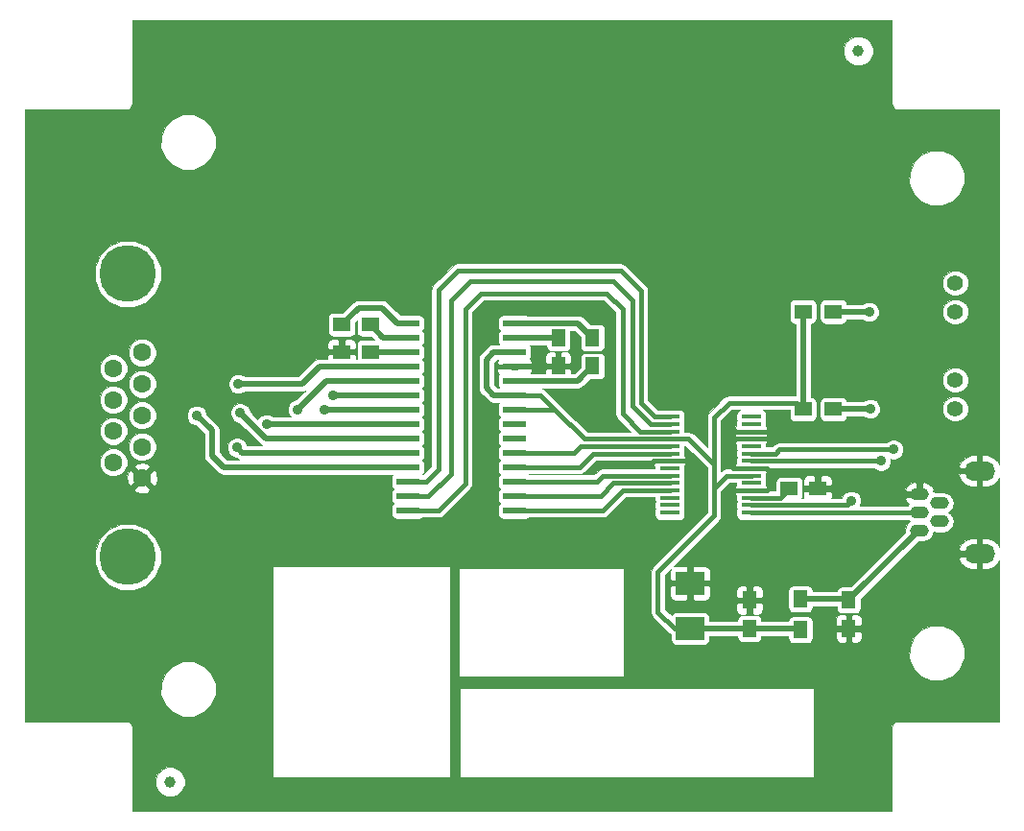
<source format=gbr>
G04 #@! TF.FileFunction,Copper,L1,Top,Signal*
%FSLAX46Y46*%
G04 Gerber Fmt 4.6, Leading zero omitted, Abs format (unit mm)*
G04 Created by KiCad (PCBNEW no-vcs-found-product) date Thu Nov 24 16:10:56 2016*
%MOMM*%
%LPD*%
G01*
G04 APERTURE LIST*
%ADD10C,0.100000*%
%ADD11R,2.500000X2.000000*%
%ADD12R,1.250000X1.500000*%
%ADD13R,1.500000X1.250000*%
%ADD14R,1.300000X1.500000*%
%ADD15O,2.700000X1.700000*%
%ADD16O,1.650000X1.100000*%
%ADD17C,1.600000*%
%ADD18C,5.000000*%
%ADD19R,1.500000X1.300000*%
%ADD20R,1.750000X0.450000*%
%ADD21R,2.000000X0.600000*%
%ADD22C,1.400000*%
%ADD23C,1.000000*%
%ADD24C,0.900000*%
%ADD25C,0.500000*%
%ADD26C,0.400000*%
%ADD27C,0.250000*%
%ADD28C,0.050000*%
G04 APERTURE END LIST*
D10*
D11*
X163700000Y-116810000D03*
X163700000Y-112810000D03*
D12*
X168940000Y-116800000D03*
X168940000Y-114300000D03*
X177690000Y-114300000D03*
X177690000Y-116800000D03*
D13*
X132970000Y-89990000D03*
X135470000Y-89990000D03*
X172450000Y-104450000D03*
X174950000Y-104450000D03*
D12*
X155100000Y-91150000D03*
X155100000Y-93650000D03*
X152070000Y-91150000D03*
X152070000Y-93650000D03*
D14*
X173440000Y-116900000D03*
X173440000Y-114200000D03*
D15*
X189250000Y-102904000D03*
D16*
X183925000Y-104954000D03*
X183925000Y-106554000D03*
X185675000Y-105754000D03*
X185675000Y-107354000D03*
X183925000Y-108154000D03*
D15*
X189250000Y-110204000D03*
D17*
X115370000Y-92460000D03*
X115370000Y-95230000D03*
X115370000Y-98000000D03*
X115370000Y-100770000D03*
X115370000Y-103540000D03*
X112830000Y-93845000D03*
X112830000Y-96615000D03*
X112830000Y-99385000D03*
X112830000Y-102155000D03*
D18*
X114100000Y-85505000D03*
X114100000Y-110495000D03*
D19*
X173650000Y-97450000D03*
X176350000Y-97450000D03*
X173650000Y-88850000D03*
X176350000Y-88850000D03*
D20*
X161900000Y-98125000D03*
X161900000Y-98775000D03*
X161900000Y-99425000D03*
X161900000Y-100075000D03*
X161900000Y-100725000D03*
X161900000Y-101375000D03*
X161900000Y-102025000D03*
X161900000Y-102675000D03*
X161900000Y-103325000D03*
X161900000Y-103975000D03*
X161900000Y-104625000D03*
X161900000Y-105275000D03*
X161900000Y-105925000D03*
X161900000Y-106575000D03*
X169100000Y-106575000D03*
X169100000Y-105925000D03*
X169100000Y-105275000D03*
X169100000Y-104625000D03*
X169100000Y-103975000D03*
X169100000Y-103325000D03*
X169100000Y-102675000D03*
X169100000Y-102025000D03*
X169100000Y-101375000D03*
X169100000Y-100725000D03*
X169100000Y-100075000D03*
X169100000Y-99425000D03*
X169100000Y-98775000D03*
X169100000Y-98125000D03*
D21*
X138805000Y-89870000D03*
X138805000Y-91140000D03*
X138805000Y-92410000D03*
X138805000Y-93680000D03*
X138805000Y-94950000D03*
X138805000Y-96220000D03*
X138805000Y-97490000D03*
X138805000Y-98760000D03*
X138805000Y-100030000D03*
X138805000Y-101300000D03*
X138805000Y-102570000D03*
X138805000Y-103840000D03*
X138805000Y-105110000D03*
X138805000Y-106380000D03*
X148205000Y-106380000D03*
X148205000Y-105110000D03*
X148205000Y-103840000D03*
X148205000Y-102570000D03*
X148205000Y-101300000D03*
X148205000Y-100030000D03*
X148205000Y-98760000D03*
X148205000Y-97490000D03*
X148205000Y-96220000D03*
X148205000Y-94950000D03*
X148205000Y-93680000D03*
X148205000Y-92410000D03*
X148205000Y-91140000D03*
X148205000Y-89870000D03*
D22*
X187100000Y-94881000D03*
X187100000Y-97421000D03*
X187100000Y-86328000D03*
X187100000Y-88868000D03*
D23*
X117840000Y-130330000D03*
X178550000Y-65840000D03*
D13*
X135470000Y-92390000D03*
X132970000Y-92390000D03*
D24*
X122770000Y-107300000D03*
X166520000Y-90300000D03*
X181640000Y-101010000D03*
X179590000Y-97420000D03*
X180530000Y-102030000D03*
X179490000Y-88870000D03*
X177920000Y-105550000D03*
X131450000Y-97500000D03*
X123850000Y-95230000D03*
X120190000Y-98000000D03*
X123740000Y-100840000D03*
X132210000Y-96220000D03*
X124020000Y-97780000D03*
X126330000Y-98760000D03*
X129070000Y-97480000D03*
D25*
X168940000Y-116800000D02*
X163710000Y-116800000D01*
X163710000Y-116800000D02*
X163700000Y-116810000D01*
D26*
X160860000Y-111810000D02*
X160860000Y-115350000D01*
X165820000Y-104420000D02*
X165820000Y-106850000D01*
X165820000Y-106850000D02*
X160860000Y-111810000D01*
X162320000Y-116810000D02*
X163700000Y-116810000D01*
X160860000Y-115350000D02*
X162320000Y-116810000D01*
X165820000Y-102340000D02*
X165820000Y-98180000D01*
X167130000Y-96870000D02*
X173070000Y-96870000D01*
X165820000Y-98180000D02*
X167130000Y-96870000D01*
X173070000Y-96870000D02*
X173650000Y-97450000D01*
X165820000Y-104420000D02*
X165820000Y-102340000D01*
X163555000Y-100075000D02*
X161900000Y-100075000D01*
X165820000Y-102340000D02*
X163555000Y-100075000D01*
X165820000Y-104420000D02*
X166915000Y-103325000D01*
X166915000Y-103325000D02*
X169100000Y-103325000D01*
X148205000Y-97490000D02*
X151760000Y-97490000D01*
X150490000Y-96220000D02*
X151760000Y-97490000D01*
X151760000Y-97490000D02*
X154345000Y-100075000D01*
X154345000Y-100075000D02*
X161900000Y-100075000D01*
X148205000Y-96220000D02*
X150490000Y-96220000D01*
D25*
X148205000Y-92410000D02*
X146370000Y-92410000D01*
X146370000Y-96220000D02*
X148205000Y-96220000D01*
X145720000Y-95570000D02*
X146370000Y-96220000D01*
X145720000Y-93060000D02*
X145720000Y-95570000D01*
X146370000Y-92410000D02*
X145720000Y-93060000D01*
X173440000Y-116900000D02*
X173340000Y-116800000D01*
X173340000Y-116800000D02*
X168940000Y-116800000D01*
X173650000Y-88850000D02*
X173650000Y-97450000D01*
D27*
X115370000Y-103540000D02*
X119130000Y-107300000D01*
X119130000Y-107300000D02*
X122770000Y-107300000D01*
X152070000Y-93650000D02*
X153340000Y-93650000D01*
X153900000Y-92400000D02*
X156580000Y-92400000D01*
X153720000Y-92580000D02*
X153900000Y-92400000D01*
X153720000Y-93270000D02*
X153720000Y-92580000D01*
X153340000Y-93650000D02*
X153720000Y-93270000D01*
D25*
X148205000Y-93680000D02*
X152040000Y-93680000D01*
D26*
X169100000Y-104625000D02*
X170455000Y-104625000D01*
X170455000Y-104625000D02*
X170630000Y-104450000D01*
X169100000Y-100075000D02*
X167575000Y-100075000D01*
D27*
X167575000Y-100075000D02*
X167570000Y-100070000D01*
D26*
X169100000Y-99425000D02*
X167575000Y-99425000D01*
D27*
X167575000Y-99425000D02*
X167570000Y-99430000D01*
D26*
X169100000Y-99425000D02*
X170445000Y-99425000D01*
D27*
X170445000Y-99425000D02*
X170460000Y-99410000D01*
D26*
X169100000Y-100075000D02*
X170535000Y-100075000D01*
D27*
X170535000Y-100075000D02*
X170560000Y-100100000D01*
D26*
X169100000Y-104625000D02*
X167825000Y-104625000D01*
X169100000Y-102675000D02*
X170435000Y-102675000D01*
X170435000Y-102675000D02*
X170560000Y-102800000D01*
X169100000Y-102675000D02*
X167545000Y-102675000D01*
D27*
X167545000Y-102675000D02*
X167540000Y-102680000D01*
D26*
X161900000Y-102025000D02*
X160475000Y-102025000D01*
D27*
X160475000Y-102025000D02*
X160470000Y-102020000D01*
D26*
X161900000Y-102025000D02*
X163425000Y-102025000D01*
D27*
X163425000Y-102025000D02*
X163430000Y-102030000D01*
D25*
X152040000Y-93680000D02*
X152070000Y-93650000D01*
X184200000Y-108154000D02*
X183836000Y-108154000D01*
X183836000Y-108154000D02*
X177690000Y-114300000D01*
X177690000Y-114300000D02*
X177590000Y-114200000D01*
X177590000Y-114200000D02*
X173440000Y-114200000D01*
X138805000Y-89870000D02*
X137870000Y-89870000D01*
X137870000Y-89870000D02*
X136490000Y-88490000D01*
X136490000Y-88490000D02*
X134470000Y-88490000D01*
X134470000Y-88490000D02*
X132970000Y-89990000D01*
X138805000Y-91140000D02*
X136620000Y-91140000D01*
X136620000Y-91140000D02*
X135470000Y-89990000D01*
D26*
X169100000Y-105275000D02*
X171625000Y-105275000D01*
X171625000Y-105275000D02*
X172450000Y-104450000D01*
D25*
X135520000Y-92590000D02*
X135700000Y-92410000D01*
X135700000Y-92410000D02*
X138805000Y-92410000D01*
X148205000Y-89870000D02*
X153820000Y-89870000D01*
X153820000Y-89870000D02*
X155100000Y-91150000D01*
X148205000Y-94950000D02*
X153800000Y-94950000D01*
X153800000Y-94950000D02*
X155100000Y-93650000D01*
X152060000Y-91140000D02*
X152070000Y-91150000D01*
X148205000Y-91140000D02*
X152060000Y-91140000D01*
D26*
X169100000Y-101375000D02*
X171215000Y-101375000D01*
X171580000Y-101010000D02*
X181640000Y-101010000D01*
X171215000Y-101375000D02*
X171580000Y-101010000D01*
D25*
X179560000Y-97450000D02*
X176350000Y-97450000D01*
X179590000Y-97420000D02*
X179560000Y-97450000D01*
D26*
X169100000Y-102025000D02*
X180525000Y-102025000D01*
X180525000Y-102025000D02*
X180530000Y-102030000D01*
D25*
X179470000Y-88850000D02*
X176350000Y-88850000D01*
X179490000Y-88870000D02*
X179470000Y-88850000D01*
D26*
X169100000Y-106575000D02*
X184179000Y-106575000D01*
X184179000Y-106575000D02*
X184200000Y-106554000D01*
X169100000Y-105925000D02*
X177545000Y-105925000D01*
X177920000Y-105550000D02*
X177545000Y-105925000D01*
D25*
X131460000Y-97490000D02*
X138805000Y-97490000D01*
X131450000Y-97500000D02*
X131460000Y-97490000D01*
X129470000Y-95230000D02*
X131020000Y-93680000D01*
X131020000Y-93680000D02*
X138805000Y-93680000D01*
X123850000Y-95230000D02*
X129470000Y-95230000D01*
X122530000Y-102570000D02*
X121510000Y-101550000D01*
X121510000Y-99320000D02*
X120190000Y-98000000D01*
X121510000Y-101550000D02*
X121510000Y-99320000D01*
X122530000Y-102570000D02*
X138805000Y-102570000D01*
X138805000Y-101300000D02*
X124200000Y-101300000D01*
X124200000Y-101300000D02*
X123740000Y-100840000D01*
X132210000Y-96220000D02*
X138805000Y-96220000D01*
X124020000Y-97780000D02*
X126270000Y-100030000D01*
X126270000Y-100030000D02*
X138805000Y-100030000D01*
X126330000Y-98760000D02*
X138805000Y-98760000D01*
X129070000Y-97480000D02*
X131600000Y-94950000D01*
X131600000Y-94950000D02*
X138805000Y-94950000D01*
D26*
X161900000Y-98125000D02*
X160595000Y-98125000D01*
X159370000Y-87010000D02*
X157570000Y-85210000D01*
X159370000Y-96900000D02*
X159370000Y-87010000D01*
X160595000Y-98125000D02*
X159370000Y-96900000D01*
X140380000Y-103840000D02*
X138805000Y-103840000D01*
X141490000Y-102730000D02*
X140380000Y-103840000D01*
X141490000Y-86950000D02*
X141490000Y-102730000D01*
X143230000Y-85210000D02*
X141490000Y-86950000D01*
X157570000Y-85210000D02*
X143230000Y-85210000D01*
X161900000Y-98775000D02*
X160235000Y-98775000D01*
X140620000Y-105110000D02*
X138805000Y-105110000D01*
X142580000Y-103150000D02*
X140620000Y-105110000D01*
X142580000Y-87810000D02*
X142580000Y-103150000D01*
X144270000Y-86120000D02*
X142580000Y-87810000D01*
X156950000Y-86120000D02*
X144270000Y-86120000D01*
X158640000Y-87810000D02*
X156950000Y-86120000D01*
X158640000Y-97180000D02*
X158640000Y-87810000D01*
X160235000Y-98775000D02*
X158640000Y-97180000D01*
X138805000Y-106380000D02*
X141500000Y-106380000D01*
X159325000Y-99425000D02*
X161900000Y-99425000D01*
X157730000Y-97830000D02*
X159325000Y-99425000D01*
X157730000Y-88640000D02*
X157730000Y-97830000D01*
X156310000Y-87220000D02*
X157730000Y-88640000D01*
X145270000Y-87220000D02*
X156310000Y-87220000D01*
X143890000Y-88600000D02*
X145270000Y-87220000D01*
X143890000Y-103990000D02*
X143890000Y-88600000D01*
X141500000Y-106380000D02*
X143890000Y-103990000D01*
X148205000Y-101300000D02*
X153450000Y-101300000D01*
X154025000Y-100725000D02*
X161900000Y-100725000D01*
X153450000Y-101300000D02*
X154025000Y-100725000D01*
X148205000Y-102570000D02*
X153930000Y-102570000D01*
X155125000Y-101375000D02*
X161900000Y-101375000D01*
X153930000Y-102570000D02*
X155125000Y-101375000D01*
X148205000Y-103840000D02*
X155470000Y-103840000D01*
X155985000Y-103325000D02*
X161900000Y-103325000D01*
X155470000Y-103840000D02*
X155985000Y-103325000D01*
X148205000Y-105110000D02*
X155790000Y-105110000D01*
X156925000Y-103975000D02*
X161900000Y-103975000D01*
X155790000Y-105110000D02*
X156925000Y-103975000D01*
X148205000Y-106380000D02*
X156010000Y-106380000D01*
X157765000Y-104625000D02*
X161900000Y-104625000D01*
X156010000Y-106380000D02*
X157765000Y-104625000D01*
D28*
G36*
X181500000Y-70500000D02*
X181538060Y-70691342D01*
X181646447Y-70853553D01*
X181808658Y-70961940D01*
X182000000Y-71000000D01*
X191000000Y-71000000D01*
X191000000Y-102329862D01*
X190889857Y-102087999D01*
X190490820Y-101713909D01*
X189979000Y-101521000D01*
X189479000Y-101521000D01*
X189479000Y-102675000D01*
X189499000Y-102675000D01*
X189499000Y-103133000D01*
X189479000Y-103133000D01*
X189479000Y-104287000D01*
X189979000Y-104287000D01*
X190490820Y-104094091D01*
X190889857Y-103720001D01*
X191000000Y-103478138D01*
X191000000Y-109629862D01*
X190889857Y-109387999D01*
X190490820Y-109013909D01*
X189979000Y-108821000D01*
X189479000Y-108821000D01*
X189479000Y-109975000D01*
X189499000Y-109975000D01*
X189499000Y-110433000D01*
X189479000Y-110433000D01*
X189479000Y-111587000D01*
X189979000Y-111587000D01*
X190490820Y-111394091D01*
X190889857Y-111020001D01*
X191000000Y-110778138D01*
X191000000Y-125000000D01*
X182000000Y-125000000D01*
X181808658Y-125038060D01*
X181646447Y-125146447D01*
X181538060Y-125308658D01*
X181500000Y-125500000D01*
X181500000Y-132900000D01*
X114500000Y-132900000D01*
X114500000Y-130586461D01*
X116544775Y-130586461D01*
X116741512Y-131062600D01*
X117105483Y-131427208D01*
X117581278Y-131624775D01*
X118096461Y-131625225D01*
X118572600Y-131428488D01*
X118937208Y-131064517D01*
X119134775Y-130588722D01*
X119135225Y-130073539D01*
X118938488Y-129597400D01*
X118574517Y-129232792D01*
X118098722Y-129035225D01*
X117583539Y-129034775D01*
X117107400Y-129231512D01*
X116742792Y-129595483D01*
X116545225Y-130071278D01*
X116544775Y-130586461D01*
X114500000Y-130586461D01*
X114500000Y-125500000D01*
X114461940Y-125308658D01*
X114353553Y-125146447D01*
X114191342Y-125038060D01*
X114000000Y-125000000D01*
X105000000Y-125000000D01*
X105000000Y-122610246D01*
X117004580Y-122610246D01*
X117372986Y-123501858D01*
X118054554Y-124184617D01*
X118945521Y-124554579D01*
X119910246Y-124555420D01*
X120801858Y-124187014D01*
X121484617Y-123505446D01*
X121854579Y-122614479D01*
X121855420Y-121649754D01*
X121487014Y-120758142D01*
X120805446Y-120075383D01*
X119914479Y-119705421D01*
X118949754Y-119704580D01*
X118058142Y-120072986D01*
X117375383Y-120754554D01*
X117005421Y-121645521D01*
X117004580Y-122610246D01*
X105000000Y-122610246D01*
X105000000Y-111074266D01*
X111174494Y-111074266D01*
X111618860Y-112149715D01*
X112440957Y-112973248D01*
X113515629Y-113419491D01*
X114679266Y-113420506D01*
X115754715Y-112976140D01*
X116578248Y-112154043D01*
X116912115Y-111350000D01*
X126835000Y-111350000D01*
X126835000Y-129920000D01*
X126836903Y-129929567D01*
X126842322Y-129937678D01*
X126850433Y-129943097D01*
X126860000Y-129945000D01*
X142520000Y-129945000D01*
X142529567Y-129943097D01*
X142537678Y-129937678D01*
X142543097Y-129929567D01*
X142545000Y-129920000D01*
X142545000Y-122090000D01*
X143355000Y-122090000D01*
X143355000Y-129890000D01*
X143356903Y-129899567D01*
X143362322Y-129907678D01*
X143370433Y-129913097D01*
X143380000Y-129915000D01*
X174580000Y-129915000D01*
X174589567Y-129913097D01*
X174597678Y-129907678D01*
X174603097Y-129899567D01*
X174605000Y-129890000D01*
X174605000Y-122090000D01*
X174603097Y-122080433D01*
X174597678Y-122072322D01*
X174589567Y-122066903D01*
X174580000Y-122065000D01*
X143380000Y-122065000D01*
X143370433Y-122066903D01*
X143362322Y-122072322D01*
X143356903Y-122080433D01*
X143355000Y-122090000D01*
X142545000Y-122090000D01*
X142545000Y-111520000D01*
X143315000Y-111520000D01*
X143315000Y-121020000D01*
X143316903Y-121029567D01*
X143322322Y-121037678D01*
X143330433Y-121043097D01*
X143340000Y-121045000D01*
X157850000Y-121045000D01*
X157859567Y-121043097D01*
X157867678Y-121037678D01*
X157873097Y-121029567D01*
X157875000Y-121020000D01*
X157875000Y-119435246D01*
X183044580Y-119435246D01*
X183412986Y-120326858D01*
X184094554Y-121009617D01*
X184985521Y-121379579D01*
X185950246Y-121380420D01*
X186841858Y-121012014D01*
X187524617Y-120330446D01*
X187894579Y-119439479D01*
X187895420Y-118474754D01*
X187527014Y-117583142D01*
X186845446Y-116900383D01*
X185954479Y-116530421D01*
X184989754Y-116529580D01*
X184098142Y-116897986D01*
X183415383Y-117579554D01*
X183045421Y-118470521D01*
X183044580Y-119435246D01*
X157875000Y-119435246D01*
X157875000Y-111520000D01*
X157873097Y-111510433D01*
X157867678Y-111502322D01*
X157859567Y-111496903D01*
X157850000Y-111495000D01*
X143340000Y-111495000D01*
X143330433Y-111496903D01*
X143322322Y-111502322D01*
X143316903Y-111510433D01*
X143315000Y-111520000D01*
X142545000Y-111520000D01*
X142545000Y-111350000D01*
X142543097Y-111340433D01*
X142537678Y-111332322D01*
X142529567Y-111326903D01*
X142520000Y-111325000D01*
X126860000Y-111325000D01*
X126850433Y-111326903D01*
X126842322Y-111332322D01*
X126836903Y-111340433D01*
X126835000Y-111350000D01*
X116912115Y-111350000D01*
X117024491Y-111079371D01*
X117025506Y-109915734D01*
X116581140Y-108840285D01*
X115759043Y-108016752D01*
X114684371Y-107570509D01*
X113520734Y-107569494D01*
X112445285Y-108013860D01*
X111621752Y-108835957D01*
X111175509Y-109910629D01*
X111174494Y-111074266D01*
X105000000Y-111074266D01*
X105000000Y-104553486D01*
X114680369Y-104553486D01*
X114767818Y-104758430D01*
X115279929Y-104896128D01*
X115805752Y-104827368D01*
X115972182Y-104758430D01*
X116059631Y-104553486D01*
X115370000Y-103863855D01*
X114680369Y-104553486D01*
X105000000Y-104553486D01*
X105000000Y-103449929D01*
X114013872Y-103449929D01*
X114082632Y-103975752D01*
X114151570Y-104142182D01*
X114356514Y-104229631D01*
X115046145Y-103540000D01*
X115693855Y-103540000D01*
X116383486Y-104229631D01*
X116588430Y-104142182D01*
X116726128Y-103630071D01*
X116657368Y-103104248D01*
X116588430Y-102937818D01*
X116383486Y-102850369D01*
X115693855Y-103540000D01*
X115046145Y-103540000D01*
X114356514Y-102850369D01*
X114151570Y-102937818D01*
X114013872Y-103449929D01*
X105000000Y-103449929D01*
X105000000Y-102397599D01*
X111604788Y-102397599D01*
X111790890Y-102848000D01*
X112135187Y-103192899D01*
X112585263Y-103379787D01*
X113072599Y-103380212D01*
X113523000Y-103194110D01*
X113867899Y-102849813D01*
X114002144Y-102526514D01*
X114680369Y-102526514D01*
X115370000Y-103216145D01*
X116059631Y-102526514D01*
X115972182Y-102321570D01*
X115460071Y-102183872D01*
X114934248Y-102252632D01*
X114767818Y-102321570D01*
X114680369Y-102526514D01*
X114002144Y-102526514D01*
X114054787Y-102399737D01*
X114055212Y-101912401D01*
X113869110Y-101462000D01*
X113524813Y-101117101D01*
X113273145Y-101012599D01*
X114144788Y-101012599D01*
X114330890Y-101463000D01*
X114675187Y-101807899D01*
X115125263Y-101994787D01*
X115612599Y-101995212D01*
X116063000Y-101809110D01*
X116407899Y-101464813D01*
X116594787Y-101014737D01*
X116595212Y-100527401D01*
X116409110Y-100077000D01*
X116064813Y-99732101D01*
X115614737Y-99545213D01*
X115127401Y-99544788D01*
X114677000Y-99730890D01*
X114332101Y-100075187D01*
X114145213Y-100525263D01*
X114144788Y-101012599D01*
X113273145Y-101012599D01*
X113074737Y-100930213D01*
X112587401Y-100929788D01*
X112137000Y-101115890D01*
X111792101Y-101460187D01*
X111605213Y-101910263D01*
X111604788Y-102397599D01*
X105000000Y-102397599D01*
X105000000Y-99627599D01*
X111604788Y-99627599D01*
X111790890Y-100078000D01*
X112135187Y-100422899D01*
X112585263Y-100609787D01*
X113072599Y-100610212D01*
X113523000Y-100424110D01*
X113867899Y-100079813D01*
X114054787Y-99629737D01*
X114055212Y-99142401D01*
X113869110Y-98692000D01*
X113524813Y-98347101D01*
X113273145Y-98242599D01*
X114144788Y-98242599D01*
X114330890Y-98693000D01*
X114675187Y-99037899D01*
X115125263Y-99224787D01*
X115612599Y-99225212D01*
X116063000Y-99039110D01*
X116407899Y-98694813D01*
X116594787Y-98244737D01*
X116594849Y-98173285D01*
X119314849Y-98173285D01*
X119447779Y-98495000D01*
X119693705Y-98741356D01*
X120015188Y-98874848D01*
X120110337Y-98874931D01*
X120835000Y-99599594D01*
X120835000Y-101550000D01*
X120886381Y-101808312D01*
X121032703Y-102027297D01*
X122052703Y-103047297D01*
X122271688Y-103193619D01*
X122530000Y-103245000D01*
X137490969Y-103245000D01*
X137404659Y-103374173D01*
X137371674Y-103540000D01*
X137371674Y-104140000D01*
X137404659Y-104305827D01*
X137498592Y-104446408D01*
X137541383Y-104475000D01*
X137498592Y-104503592D01*
X137404659Y-104644173D01*
X137371674Y-104810000D01*
X137371674Y-105410000D01*
X137404659Y-105575827D01*
X137498592Y-105716408D01*
X137541383Y-105745000D01*
X137498592Y-105773592D01*
X137404659Y-105914173D01*
X137371674Y-106080000D01*
X137371674Y-106680000D01*
X137404659Y-106845827D01*
X137498592Y-106986408D01*
X137639173Y-107080341D01*
X137805000Y-107113326D01*
X139805000Y-107113326D01*
X139970827Y-107080341D01*
X140083583Y-107005000D01*
X141500000Y-107005000D01*
X141739177Y-106957425D01*
X141941942Y-106821942D01*
X144331939Y-104431944D01*
X144331942Y-104431942D01*
X144467122Y-104229631D01*
X144467425Y-104229178D01*
X144515000Y-103990000D01*
X144515000Y-88858884D01*
X145528884Y-87845000D01*
X156051116Y-87845000D01*
X157105000Y-88898884D01*
X157105000Y-97830000D01*
X157152575Y-98069177D01*
X157288058Y-98271942D01*
X158466117Y-99450000D01*
X154603884Y-99450000D01*
X150931942Y-95778058D01*
X150729177Y-95642575D01*
X150640821Y-95625000D01*
X153800000Y-95625000D01*
X154058312Y-95573619D01*
X154277297Y-95427297D01*
X154871268Y-94833326D01*
X155725000Y-94833326D01*
X155890827Y-94800341D01*
X156031408Y-94706408D01*
X156125341Y-94565827D01*
X156158326Y-94400000D01*
X156158326Y-92900000D01*
X156125341Y-92734173D01*
X156031408Y-92593592D01*
X155890827Y-92499659D01*
X155725000Y-92466674D01*
X154475000Y-92466674D01*
X154309173Y-92499659D01*
X154168592Y-92593592D01*
X154074659Y-92734173D01*
X154041674Y-92900000D01*
X154041674Y-93753732D01*
X153520406Y-94275000D01*
X153228000Y-94275000D01*
X153228000Y-94012250D01*
X153094750Y-93879000D01*
X152299000Y-93879000D01*
X152299000Y-93899000D01*
X151841000Y-93899000D01*
X151841000Y-93879000D01*
X151045250Y-93879000D01*
X150912000Y-94012250D01*
X150912000Y-94275000D01*
X149659721Y-94275000D01*
X149738000Y-94086021D01*
X149738000Y-93963250D01*
X149604750Y-93830000D01*
X148434000Y-93830000D01*
X148434000Y-93929000D01*
X147976000Y-93929000D01*
X147976000Y-93830000D01*
X146805250Y-93830000D01*
X146672000Y-93963250D01*
X146672000Y-94086021D01*
X146753145Y-94281920D01*
X146865036Y-94393812D01*
X146804659Y-94484173D01*
X146771674Y-94650000D01*
X146771674Y-95250000D01*
X146804659Y-95415827D01*
X146890969Y-95545000D01*
X146649594Y-95545000D01*
X146395000Y-95290406D01*
X146395000Y-93339594D01*
X146649594Y-93085000D01*
X146750279Y-93085000D01*
X146672000Y-93273979D01*
X146672000Y-93396750D01*
X146805250Y-93530000D01*
X147976000Y-93530000D01*
X147976000Y-93431000D01*
X148434000Y-93431000D01*
X148434000Y-93530000D01*
X149604750Y-93530000D01*
X149738000Y-93396750D01*
X149738000Y-93273979D01*
X149656855Y-93078080D01*
X149544964Y-92966188D01*
X149605341Y-92875827D01*
X149621621Y-92793980D01*
X150912000Y-92793980D01*
X150912000Y-93287750D01*
X151045250Y-93421000D01*
X151841000Y-93421000D01*
X151841000Y-92500250D01*
X152299000Y-92500250D01*
X152299000Y-93421000D01*
X153094750Y-93421000D01*
X153228000Y-93287750D01*
X153228000Y-92793980D01*
X153146856Y-92598080D01*
X152996920Y-92448145D01*
X152801021Y-92367000D01*
X152432250Y-92367000D01*
X152299000Y-92500250D01*
X151841000Y-92500250D01*
X151707750Y-92367000D01*
X151338979Y-92367000D01*
X151143080Y-92448145D01*
X150993144Y-92598080D01*
X150912000Y-92793980D01*
X149621621Y-92793980D01*
X149638326Y-92710000D01*
X149638326Y-92110000D01*
X149605341Y-91944173D01*
X149519031Y-91815000D01*
X151011674Y-91815000D01*
X151011674Y-91900000D01*
X151044659Y-92065827D01*
X151138592Y-92206408D01*
X151279173Y-92300341D01*
X151445000Y-92333326D01*
X152695000Y-92333326D01*
X152860827Y-92300341D01*
X153001408Y-92206408D01*
X153095341Y-92065827D01*
X153128326Y-91900000D01*
X153128326Y-90545000D01*
X153540406Y-90545000D01*
X154041674Y-91046268D01*
X154041674Y-91900000D01*
X154074659Y-92065827D01*
X154168592Y-92206408D01*
X154309173Y-92300341D01*
X154475000Y-92333326D01*
X155725000Y-92333326D01*
X155890827Y-92300341D01*
X156031408Y-92206408D01*
X156125341Y-92065827D01*
X156158326Y-91900000D01*
X156158326Y-90400000D01*
X156125341Y-90234173D01*
X156031408Y-90093592D01*
X155890827Y-89999659D01*
X155725000Y-89966674D01*
X154871268Y-89966674D01*
X154297297Y-89392703D01*
X154078312Y-89246381D01*
X153820000Y-89195000D01*
X149408753Y-89195000D01*
X149370827Y-89169659D01*
X149205000Y-89136674D01*
X147205000Y-89136674D01*
X147039173Y-89169659D01*
X146898592Y-89263592D01*
X146804659Y-89404173D01*
X146771674Y-89570000D01*
X146771674Y-90170000D01*
X146804659Y-90335827D01*
X146898592Y-90476408D01*
X146941383Y-90505000D01*
X146898592Y-90533592D01*
X146804659Y-90674173D01*
X146771674Y-90840000D01*
X146771674Y-91440000D01*
X146804659Y-91605827D01*
X146890969Y-91735000D01*
X146370000Y-91735000D01*
X146111688Y-91786381D01*
X145892703Y-91932703D01*
X145242703Y-92582703D01*
X145096381Y-92801688D01*
X145076826Y-92900000D01*
X145045000Y-93060000D01*
X145045000Y-95570000D01*
X145096381Y-95828312D01*
X145242703Y-96047297D01*
X145892703Y-96697297D01*
X146111688Y-96843619D01*
X146370000Y-96895000D01*
X146890969Y-96895000D01*
X146804659Y-97024173D01*
X146771674Y-97190000D01*
X146771674Y-97790000D01*
X146804659Y-97955827D01*
X146898592Y-98096408D01*
X146941383Y-98125000D01*
X146898592Y-98153592D01*
X146804659Y-98294173D01*
X146771674Y-98460000D01*
X146771674Y-99060000D01*
X146804659Y-99225827D01*
X146898592Y-99366408D01*
X146941383Y-99395000D01*
X146898592Y-99423592D01*
X146804659Y-99564173D01*
X146771674Y-99730000D01*
X146771674Y-100330000D01*
X146804659Y-100495827D01*
X146898592Y-100636408D01*
X146941383Y-100665000D01*
X146898592Y-100693592D01*
X146804659Y-100834173D01*
X146771674Y-101000000D01*
X146771674Y-101600000D01*
X146804659Y-101765827D01*
X146898592Y-101906408D01*
X146941383Y-101935000D01*
X146898592Y-101963592D01*
X146804659Y-102104173D01*
X146771674Y-102270000D01*
X146771674Y-102870000D01*
X146804659Y-103035827D01*
X146898592Y-103176408D01*
X146941383Y-103205000D01*
X146898592Y-103233592D01*
X146804659Y-103374173D01*
X146771674Y-103540000D01*
X146771674Y-104140000D01*
X146804659Y-104305827D01*
X146898592Y-104446408D01*
X146941383Y-104475000D01*
X146898592Y-104503592D01*
X146804659Y-104644173D01*
X146771674Y-104810000D01*
X146771674Y-105410000D01*
X146804659Y-105575827D01*
X146898592Y-105716408D01*
X146941383Y-105745000D01*
X146898592Y-105773592D01*
X146804659Y-105914173D01*
X146771674Y-106080000D01*
X146771674Y-106680000D01*
X146804659Y-106845827D01*
X146898592Y-106986408D01*
X147039173Y-107080341D01*
X147205000Y-107113326D01*
X149205000Y-107113326D01*
X149370827Y-107080341D01*
X149483583Y-107005000D01*
X156010000Y-107005000D01*
X156249177Y-106957425D01*
X156451942Y-106821942D01*
X158023884Y-105250000D01*
X160591674Y-105250000D01*
X160591674Y-105500000D01*
X160611565Y-105600000D01*
X160591674Y-105700000D01*
X160591674Y-106150000D01*
X160611565Y-106250000D01*
X160591674Y-106350000D01*
X160591674Y-106800000D01*
X160624659Y-106965827D01*
X160718592Y-107106408D01*
X160859173Y-107200341D01*
X161025000Y-107233326D01*
X162775000Y-107233326D01*
X162940827Y-107200341D01*
X163081408Y-107106408D01*
X163175341Y-106965827D01*
X163208326Y-106800000D01*
X163208326Y-106350000D01*
X163188435Y-106250000D01*
X163208326Y-106150000D01*
X163208326Y-105700000D01*
X163188435Y-105600000D01*
X163208326Y-105500000D01*
X163208326Y-105050000D01*
X163188435Y-104950000D01*
X163208326Y-104850000D01*
X163208326Y-104400000D01*
X163188435Y-104300000D01*
X163208326Y-104200000D01*
X163208326Y-103750000D01*
X163188435Y-103650000D01*
X163208326Y-103550000D01*
X163208326Y-103100000D01*
X163188435Y-103000000D01*
X163208326Y-102900000D01*
X163208326Y-102570449D01*
X163226855Y-102551920D01*
X163308000Y-102356021D01*
X163308000Y-102270750D01*
X163174750Y-102137500D01*
X163072291Y-102137500D01*
X162940827Y-102049659D01*
X162816858Y-102025000D01*
X162940827Y-102000341D01*
X163072291Y-101912500D01*
X163174750Y-101912500D01*
X163308000Y-101779250D01*
X163308000Y-101693979D01*
X163226855Y-101498080D01*
X163208326Y-101479551D01*
X163208326Y-101150000D01*
X163188435Y-101050000D01*
X163208326Y-100950000D01*
X163208326Y-100700000D01*
X163296116Y-100700000D01*
X165195000Y-102598884D01*
X165195000Y-106591116D01*
X160418058Y-111368058D01*
X160282575Y-111570823D01*
X160235000Y-111810000D01*
X160235000Y-115350000D01*
X160282575Y-115589177D01*
X160418058Y-115791942D01*
X161878058Y-117251942D01*
X162016674Y-117344562D01*
X162016674Y-117810000D01*
X162049659Y-117975827D01*
X162143592Y-118116408D01*
X162284173Y-118210341D01*
X162450000Y-118243326D01*
X164950000Y-118243326D01*
X165115827Y-118210341D01*
X165256408Y-118116408D01*
X165350341Y-117975827D01*
X165383326Y-117810000D01*
X165383326Y-117475000D01*
X167881674Y-117475000D01*
X167881674Y-117550000D01*
X167914659Y-117715827D01*
X168008592Y-117856408D01*
X168149173Y-117950341D01*
X168315000Y-117983326D01*
X169565000Y-117983326D01*
X169730827Y-117950341D01*
X169871408Y-117856408D01*
X169965341Y-117715827D01*
X169998326Y-117550000D01*
X169998326Y-117475000D01*
X172356674Y-117475000D01*
X172356674Y-117650000D01*
X172389659Y-117815827D01*
X172483592Y-117956408D01*
X172624173Y-118050341D01*
X172790000Y-118083326D01*
X174090000Y-118083326D01*
X174255827Y-118050341D01*
X174396408Y-117956408D01*
X174490341Y-117815827D01*
X174523326Y-117650000D01*
X174523326Y-117162250D01*
X176532000Y-117162250D01*
X176532000Y-117656020D01*
X176613144Y-117851920D01*
X176763080Y-118001855D01*
X176958979Y-118083000D01*
X177327750Y-118083000D01*
X177461000Y-117949750D01*
X177461000Y-117029000D01*
X177919000Y-117029000D01*
X177919000Y-117949750D01*
X178052250Y-118083000D01*
X178421021Y-118083000D01*
X178616920Y-118001855D01*
X178766856Y-117851920D01*
X178848000Y-117656020D01*
X178848000Y-117162250D01*
X178714750Y-117029000D01*
X177919000Y-117029000D01*
X177461000Y-117029000D01*
X176665250Y-117029000D01*
X176532000Y-117162250D01*
X174523326Y-117162250D01*
X174523326Y-116150000D01*
X174490341Y-115984173D01*
X174463485Y-115943980D01*
X176532000Y-115943980D01*
X176532000Y-116437750D01*
X176665250Y-116571000D01*
X177461000Y-116571000D01*
X177461000Y-115650250D01*
X177919000Y-115650250D01*
X177919000Y-116571000D01*
X178714750Y-116571000D01*
X178848000Y-116437750D01*
X178848000Y-115943980D01*
X178766856Y-115748080D01*
X178616920Y-115598145D01*
X178421021Y-115517000D01*
X178052250Y-115517000D01*
X177919000Y-115650250D01*
X177461000Y-115650250D01*
X177327750Y-115517000D01*
X176958979Y-115517000D01*
X176763080Y-115598145D01*
X176613144Y-115748080D01*
X176532000Y-115943980D01*
X174463485Y-115943980D01*
X174396408Y-115843592D01*
X174255827Y-115749659D01*
X174090000Y-115716674D01*
X172790000Y-115716674D01*
X172624173Y-115749659D01*
X172483592Y-115843592D01*
X172389659Y-115984173D01*
X172361647Y-116125000D01*
X169998326Y-116125000D01*
X169998326Y-116050000D01*
X169965341Y-115884173D01*
X169871408Y-115743592D01*
X169730827Y-115649659D01*
X169565000Y-115616674D01*
X168315000Y-115616674D01*
X168149173Y-115649659D01*
X168008592Y-115743592D01*
X167914659Y-115884173D01*
X167881674Y-116050000D01*
X167881674Y-116125000D01*
X165383326Y-116125000D01*
X165383326Y-115810000D01*
X165350341Y-115644173D01*
X165256408Y-115503592D01*
X165115827Y-115409659D01*
X164950000Y-115376674D01*
X162450000Y-115376674D01*
X162284173Y-115409659D01*
X162143592Y-115503592D01*
X162049659Y-115644173D01*
X162047734Y-115653850D01*
X161485000Y-115091116D01*
X161485000Y-114662250D01*
X167782000Y-114662250D01*
X167782000Y-115156020D01*
X167863144Y-115351920D01*
X168013080Y-115501855D01*
X168208979Y-115583000D01*
X168577750Y-115583000D01*
X168711000Y-115449750D01*
X168711000Y-114529000D01*
X169169000Y-114529000D01*
X169169000Y-115449750D01*
X169302250Y-115583000D01*
X169671021Y-115583000D01*
X169866920Y-115501855D01*
X170016856Y-115351920D01*
X170098000Y-115156020D01*
X170098000Y-114662250D01*
X169964750Y-114529000D01*
X169169000Y-114529000D01*
X168711000Y-114529000D01*
X167915250Y-114529000D01*
X167782000Y-114662250D01*
X161485000Y-114662250D01*
X161485000Y-113172250D01*
X161917000Y-113172250D01*
X161917000Y-113916020D01*
X161998144Y-114111920D01*
X162148080Y-114261855D01*
X162343979Y-114343000D01*
X163337750Y-114343000D01*
X163471000Y-114209750D01*
X163471000Y-113039000D01*
X163929000Y-113039000D01*
X163929000Y-114209750D01*
X164062250Y-114343000D01*
X165056021Y-114343000D01*
X165251920Y-114261855D01*
X165401856Y-114111920D01*
X165483000Y-113916020D01*
X165483000Y-113443980D01*
X167782000Y-113443980D01*
X167782000Y-113937750D01*
X167915250Y-114071000D01*
X168711000Y-114071000D01*
X168711000Y-113150250D01*
X169169000Y-113150250D01*
X169169000Y-114071000D01*
X169964750Y-114071000D01*
X170098000Y-113937750D01*
X170098000Y-113443980D01*
X170016856Y-113248080D01*
X169866920Y-113098145D01*
X169671021Y-113017000D01*
X169302250Y-113017000D01*
X169169000Y-113150250D01*
X168711000Y-113150250D01*
X168577750Y-113017000D01*
X168208979Y-113017000D01*
X168013080Y-113098145D01*
X167863144Y-113248080D01*
X167782000Y-113443980D01*
X165483000Y-113443980D01*
X165483000Y-113172250D01*
X165349750Y-113039000D01*
X163929000Y-113039000D01*
X163471000Y-113039000D01*
X162050250Y-113039000D01*
X161917000Y-113172250D01*
X161485000Y-113172250D01*
X161485000Y-112068884D01*
X161964444Y-111589440D01*
X161917000Y-111703980D01*
X161917000Y-112447750D01*
X162050250Y-112581000D01*
X163471000Y-112581000D01*
X163471000Y-111410250D01*
X163929000Y-111410250D01*
X163929000Y-112581000D01*
X165349750Y-112581000D01*
X165483000Y-112447750D01*
X165483000Y-111703980D01*
X165401856Y-111508080D01*
X165251920Y-111358145D01*
X165056021Y-111277000D01*
X164062250Y-111277000D01*
X163929000Y-111410250D01*
X163471000Y-111410250D01*
X163337750Y-111277000D01*
X162343979Y-111277000D01*
X162229440Y-111324444D01*
X166261942Y-107291942D01*
X166397425Y-107089178D01*
X166445000Y-106850000D01*
X166445000Y-104678884D01*
X167173884Y-103950000D01*
X167791674Y-103950000D01*
X167791674Y-104079551D01*
X167773145Y-104098080D01*
X167692000Y-104293979D01*
X167692000Y-104379250D01*
X167825250Y-104512500D01*
X167927709Y-104512500D01*
X168059173Y-104600341D01*
X168183142Y-104625000D01*
X168059173Y-104649659D01*
X167927709Y-104737500D01*
X167825250Y-104737500D01*
X167692000Y-104870750D01*
X167692000Y-104956021D01*
X167773145Y-105151920D01*
X167791674Y-105170449D01*
X167791674Y-105500000D01*
X167811565Y-105600000D01*
X167791674Y-105700000D01*
X167791674Y-106150000D01*
X167811565Y-106250000D01*
X167791674Y-106350000D01*
X167791674Y-106800000D01*
X167824659Y-106965827D01*
X167918592Y-107106408D01*
X168059173Y-107200341D01*
X168225000Y-107233326D01*
X169975000Y-107233326D01*
X170140827Y-107200341D01*
X170141337Y-107200000D01*
X182907064Y-107200000D01*
X182936082Y-107243429D01*
X183101563Y-107354000D01*
X182936082Y-107464571D01*
X182724728Y-107780884D01*
X182650511Y-108154000D01*
X182688819Y-108346587D01*
X177918732Y-113116674D01*
X177065000Y-113116674D01*
X176899173Y-113149659D01*
X176758592Y-113243592D01*
X176664659Y-113384173D01*
X176636647Y-113525000D01*
X174523326Y-113525000D01*
X174523326Y-113450000D01*
X174490341Y-113284173D01*
X174396408Y-113143592D01*
X174255827Y-113049659D01*
X174090000Y-113016674D01*
X172790000Y-113016674D01*
X172624173Y-113049659D01*
X172483592Y-113143592D01*
X172389659Y-113284173D01*
X172356674Y-113450000D01*
X172356674Y-114950000D01*
X172389659Y-115115827D01*
X172483592Y-115256408D01*
X172624173Y-115350341D01*
X172790000Y-115383326D01*
X174090000Y-115383326D01*
X174255827Y-115350341D01*
X174396408Y-115256408D01*
X174490341Y-115115827D01*
X174523326Y-114950000D01*
X174523326Y-114875000D01*
X176631674Y-114875000D01*
X176631674Y-115050000D01*
X176664659Y-115215827D01*
X176758592Y-115356408D01*
X176899173Y-115450341D01*
X177065000Y-115483326D01*
X178315000Y-115483326D01*
X178480827Y-115450341D01*
X178621408Y-115356408D01*
X178715341Y-115215827D01*
X178748326Y-115050000D01*
X178748326Y-114196268D01*
X182301051Y-110643543D01*
X187438706Y-110643543D01*
X187610143Y-111020001D01*
X188009180Y-111394091D01*
X188521000Y-111587000D01*
X189021000Y-111587000D01*
X189021000Y-110433000D01*
X187521410Y-110433000D01*
X187438706Y-110643543D01*
X182301051Y-110643543D01*
X183180137Y-109764457D01*
X187438706Y-109764457D01*
X187521410Y-109975000D01*
X189021000Y-109975000D01*
X189021000Y-108821000D01*
X188521000Y-108821000D01*
X188009180Y-109013909D01*
X187610143Y-109387999D01*
X187438706Y-109764457D01*
X183180137Y-109764457D01*
X183815594Y-109129000D01*
X184224489Y-109129000D01*
X184597605Y-109054783D01*
X184913918Y-108843429D01*
X185125272Y-108527116D01*
X185172704Y-108288659D01*
X185375511Y-108329000D01*
X185974489Y-108329000D01*
X186347605Y-108254783D01*
X186663918Y-108043429D01*
X186875272Y-107727116D01*
X186949489Y-107354000D01*
X186875272Y-106980884D01*
X186663918Y-106664571D01*
X186498437Y-106554000D01*
X186663918Y-106443429D01*
X186875272Y-106127116D01*
X186949489Y-105754000D01*
X186875272Y-105380884D01*
X186663918Y-105064571D01*
X186347605Y-104853217D01*
X185974489Y-104779000D01*
X185375511Y-104779000D01*
X185283000Y-104797401D01*
X185283000Y-104724998D01*
X185121730Y-104724998D01*
X185209656Y-104562232D01*
X185053049Y-104277364D01*
X184729177Y-104002422D01*
X184324743Y-103872349D01*
X184154000Y-103999402D01*
X184154000Y-104725000D01*
X184174000Y-104725000D01*
X184174000Y-105183000D01*
X184154000Y-105183000D01*
X184154000Y-105203000D01*
X183696000Y-105203000D01*
X183696000Y-105183000D01*
X182728271Y-105183000D01*
X182640344Y-105345768D01*
X182796951Y-105630636D01*
X183012427Y-105813559D01*
X182936082Y-105864571D01*
X182879000Y-105950000D01*
X178701341Y-105950000D01*
X178794848Y-105724812D01*
X178795151Y-105376715D01*
X178662221Y-105055000D01*
X178416295Y-104808644D01*
X178094812Y-104675152D01*
X177746715Y-104674849D01*
X177425000Y-104807779D01*
X177178644Y-105053705D01*
X177076373Y-105300000D01*
X176183717Y-105300000D01*
X176233000Y-105181021D01*
X176233000Y-104812250D01*
X176099750Y-104679000D01*
X175179000Y-104679000D01*
X175179000Y-104699000D01*
X174721000Y-104699000D01*
X174721000Y-104679000D01*
X173800250Y-104679000D01*
X173667000Y-104812250D01*
X173667000Y-105181021D01*
X173716283Y-105300000D01*
X173560803Y-105300000D01*
X173600341Y-105240827D01*
X173633326Y-105075000D01*
X173633326Y-104562232D01*
X182640344Y-104562232D01*
X182728271Y-104725000D01*
X183696000Y-104725000D01*
X183696000Y-103999402D01*
X183525257Y-103872349D01*
X183120823Y-104002422D01*
X182796951Y-104277364D01*
X182640344Y-104562232D01*
X173633326Y-104562232D01*
X173633326Y-103825000D01*
X173612238Y-103718979D01*
X173667000Y-103718979D01*
X173667000Y-104087750D01*
X173800250Y-104221000D01*
X174721000Y-104221000D01*
X174721000Y-103425250D01*
X175179000Y-103425250D01*
X175179000Y-104221000D01*
X176099750Y-104221000D01*
X176233000Y-104087750D01*
X176233000Y-103718979D01*
X176151855Y-103523080D01*
X176001920Y-103373144D01*
X175930457Y-103343543D01*
X187438706Y-103343543D01*
X187610143Y-103720001D01*
X188009180Y-104094091D01*
X188521000Y-104287000D01*
X189021000Y-104287000D01*
X189021000Y-103133000D01*
X187521410Y-103133000D01*
X187438706Y-103343543D01*
X175930457Y-103343543D01*
X175806020Y-103292000D01*
X175312250Y-103292000D01*
X175179000Y-103425250D01*
X174721000Y-103425250D01*
X174587750Y-103292000D01*
X174093980Y-103292000D01*
X173898080Y-103373144D01*
X173748145Y-103523080D01*
X173667000Y-103718979D01*
X173612238Y-103718979D01*
X173600341Y-103659173D01*
X173506408Y-103518592D01*
X173365827Y-103424659D01*
X173200000Y-103391674D01*
X171700000Y-103391674D01*
X171534173Y-103424659D01*
X171393592Y-103518592D01*
X171299659Y-103659173D01*
X171266674Y-103825000D01*
X171266674Y-104650000D01*
X170141337Y-104650000D01*
X170140827Y-104649659D01*
X170016858Y-104625000D01*
X170140827Y-104600341D01*
X170272291Y-104512500D01*
X170374750Y-104512500D01*
X170508000Y-104379250D01*
X170508000Y-104293979D01*
X170426855Y-104098080D01*
X170408326Y-104079551D01*
X170408326Y-103750000D01*
X170388435Y-103650000D01*
X170408326Y-103550000D01*
X170408326Y-103220449D01*
X170426855Y-103201920D01*
X170508000Y-103006021D01*
X170508000Y-102920750D01*
X170374750Y-102787500D01*
X170272291Y-102787500D01*
X170140827Y-102699659D01*
X170016858Y-102675000D01*
X170140827Y-102650341D01*
X170141337Y-102650000D01*
X179912561Y-102650000D01*
X180033705Y-102771356D01*
X180355188Y-102904848D01*
X180703285Y-102905151D01*
X181025000Y-102772221D01*
X181271356Y-102526295D01*
X181297033Y-102464457D01*
X187438706Y-102464457D01*
X187521410Y-102675000D01*
X189021000Y-102675000D01*
X189021000Y-101521000D01*
X188521000Y-101521000D01*
X188009180Y-101713909D01*
X187610143Y-102087999D01*
X187438706Y-102464457D01*
X181297033Y-102464457D01*
X181404848Y-102204812D01*
X181405148Y-101859917D01*
X181465188Y-101884848D01*
X181813285Y-101885151D01*
X182135000Y-101752221D01*
X182381356Y-101506295D01*
X182514848Y-101184812D01*
X182515151Y-100836715D01*
X182382221Y-100515000D01*
X182136295Y-100268644D01*
X181814812Y-100135152D01*
X181466715Y-100134849D01*
X181145000Y-100267779D01*
X181027574Y-100385000D01*
X171580000Y-100385000D01*
X171340823Y-100432575D01*
X171138058Y-100568058D01*
X170956116Y-100750000D01*
X170408326Y-100750000D01*
X170408326Y-100620449D01*
X170426855Y-100601920D01*
X170508000Y-100406021D01*
X170508000Y-100320750D01*
X170374750Y-100187500D01*
X170272291Y-100187500D01*
X170194937Y-100135814D01*
X170276920Y-100101856D01*
X170426855Y-99951920D01*
X170456218Y-99881032D01*
X170508000Y-99829250D01*
X170508000Y-99670750D01*
X170456218Y-99618968D01*
X170426855Y-99548080D01*
X170276920Y-99398144D01*
X170194937Y-99364186D01*
X170272291Y-99312500D01*
X170374750Y-99312500D01*
X170508000Y-99179250D01*
X170508000Y-99093979D01*
X170426855Y-98898080D01*
X170408326Y-98879551D01*
X170408326Y-98550000D01*
X170388435Y-98450000D01*
X170408326Y-98350000D01*
X170408326Y-97900000D01*
X170375341Y-97734173D01*
X170281408Y-97593592D01*
X170140827Y-97499659D01*
X170117405Y-97495000D01*
X172466674Y-97495000D01*
X172466674Y-98100000D01*
X172499659Y-98265827D01*
X172593592Y-98406408D01*
X172734173Y-98500341D01*
X172900000Y-98533326D01*
X174400000Y-98533326D01*
X174565827Y-98500341D01*
X174706408Y-98406408D01*
X174800341Y-98265827D01*
X174833326Y-98100000D01*
X174833326Y-96800000D01*
X175166674Y-96800000D01*
X175166674Y-98100000D01*
X175199659Y-98265827D01*
X175293592Y-98406408D01*
X175434173Y-98500341D01*
X175600000Y-98533326D01*
X177100000Y-98533326D01*
X177265827Y-98500341D01*
X177406408Y-98406408D01*
X177500341Y-98265827D01*
X177528353Y-98125000D01*
X179057412Y-98125000D01*
X179093705Y-98161356D01*
X179415188Y-98294848D01*
X179763285Y-98295151D01*
X180085000Y-98162221D01*
X180331356Y-97916295D01*
X180444508Y-97643795D01*
X185974805Y-97643795D01*
X186145715Y-98057429D01*
X186461907Y-98374172D01*
X186875242Y-98545804D01*
X187322795Y-98546195D01*
X187736429Y-98375285D01*
X188053172Y-98059093D01*
X188224804Y-97645758D01*
X188225195Y-97198205D01*
X188054285Y-96784571D01*
X187738093Y-96467828D01*
X187324758Y-96296196D01*
X186877205Y-96295805D01*
X186463571Y-96466715D01*
X186146828Y-96782907D01*
X185975196Y-97196242D01*
X185974805Y-97643795D01*
X180444508Y-97643795D01*
X180464848Y-97594812D01*
X180465151Y-97246715D01*
X180332221Y-96925000D01*
X180086295Y-96678644D01*
X179764812Y-96545152D01*
X179416715Y-96544849D01*
X179095000Y-96677779D01*
X178997609Y-96775000D01*
X177528353Y-96775000D01*
X177500341Y-96634173D01*
X177406408Y-96493592D01*
X177265827Y-96399659D01*
X177100000Y-96366674D01*
X175600000Y-96366674D01*
X175434173Y-96399659D01*
X175293592Y-96493592D01*
X175199659Y-96634173D01*
X175166674Y-96800000D01*
X174833326Y-96800000D01*
X174800341Y-96634173D01*
X174706408Y-96493592D01*
X174565827Y-96399659D01*
X174400000Y-96366674D01*
X174325000Y-96366674D01*
X174325000Y-95103795D01*
X185974805Y-95103795D01*
X186145715Y-95517429D01*
X186461907Y-95834172D01*
X186875242Y-96005804D01*
X187322795Y-96006195D01*
X187736429Y-95835285D01*
X188053172Y-95519093D01*
X188224804Y-95105758D01*
X188225195Y-94658205D01*
X188054285Y-94244571D01*
X187738093Y-93927828D01*
X187324758Y-93756196D01*
X186877205Y-93755805D01*
X186463571Y-93926715D01*
X186146828Y-94242907D01*
X185975196Y-94656242D01*
X185974805Y-95103795D01*
X174325000Y-95103795D01*
X174325000Y-89933326D01*
X174400000Y-89933326D01*
X174565827Y-89900341D01*
X174706408Y-89806408D01*
X174800341Y-89665827D01*
X174833326Y-89500000D01*
X174833326Y-88200000D01*
X175166674Y-88200000D01*
X175166674Y-89500000D01*
X175199659Y-89665827D01*
X175293592Y-89806408D01*
X175434173Y-89900341D01*
X175600000Y-89933326D01*
X177100000Y-89933326D01*
X177265827Y-89900341D01*
X177406408Y-89806408D01*
X177500341Y-89665827D01*
X177528353Y-89525000D01*
X178907500Y-89525000D01*
X178993705Y-89611356D01*
X179315188Y-89744848D01*
X179663285Y-89745151D01*
X179985000Y-89612221D01*
X180231356Y-89366295D01*
X180345754Y-89090795D01*
X185974805Y-89090795D01*
X186145715Y-89504429D01*
X186461907Y-89821172D01*
X186875242Y-89992804D01*
X187322795Y-89993195D01*
X187736429Y-89822285D01*
X188053172Y-89506093D01*
X188224804Y-89092758D01*
X188225195Y-88645205D01*
X188054285Y-88231571D01*
X187738093Y-87914828D01*
X187324758Y-87743196D01*
X186877205Y-87742805D01*
X186463571Y-87913715D01*
X186146828Y-88229907D01*
X185975196Y-88643242D01*
X185974805Y-89090795D01*
X180345754Y-89090795D01*
X180364848Y-89044812D01*
X180365151Y-88696715D01*
X180232221Y-88375000D01*
X179986295Y-88128644D01*
X179664812Y-87995152D01*
X179316715Y-87994849D01*
X178995000Y-88127779D01*
X178947696Y-88175000D01*
X177528353Y-88175000D01*
X177500341Y-88034173D01*
X177406408Y-87893592D01*
X177265827Y-87799659D01*
X177100000Y-87766674D01*
X175600000Y-87766674D01*
X175434173Y-87799659D01*
X175293592Y-87893592D01*
X175199659Y-88034173D01*
X175166674Y-88200000D01*
X174833326Y-88200000D01*
X174800341Y-88034173D01*
X174706408Y-87893592D01*
X174565827Y-87799659D01*
X174400000Y-87766674D01*
X172900000Y-87766674D01*
X172734173Y-87799659D01*
X172593592Y-87893592D01*
X172499659Y-88034173D01*
X172466674Y-88200000D01*
X172466674Y-89500000D01*
X172499659Y-89665827D01*
X172593592Y-89806408D01*
X172734173Y-89900341D01*
X172900000Y-89933326D01*
X172975000Y-89933326D01*
X172975000Y-96245000D01*
X167130005Y-96245000D01*
X167130000Y-96244999D01*
X166890823Y-96292575D01*
X166688058Y-96428058D01*
X165378058Y-97738058D01*
X165242575Y-97940823D01*
X165195000Y-98180000D01*
X165195000Y-100831116D01*
X163996942Y-99633058D01*
X163794177Y-99497575D01*
X163555000Y-99450000D01*
X163208326Y-99450000D01*
X163208326Y-99200000D01*
X163188435Y-99100000D01*
X163208326Y-99000000D01*
X163208326Y-98550000D01*
X163188435Y-98450000D01*
X163208326Y-98350000D01*
X163208326Y-97900000D01*
X163175341Y-97734173D01*
X163081408Y-97593592D01*
X162940827Y-97499659D01*
X162775000Y-97466674D01*
X161025000Y-97466674D01*
X160859173Y-97499659D01*
X160858663Y-97500000D01*
X160853883Y-97500000D01*
X159995000Y-96641116D01*
X159995000Y-87010000D01*
X159947425Y-86770823D01*
X159947425Y-86770822D01*
X159893158Y-86689606D01*
X159811942Y-86568058D01*
X159811939Y-86568056D01*
X159794679Y-86550795D01*
X185974805Y-86550795D01*
X186145715Y-86964429D01*
X186461907Y-87281172D01*
X186875242Y-87452804D01*
X187322795Y-87453195D01*
X187736429Y-87282285D01*
X188053172Y-86966093D01*
X188224804Y-86552758D01*
X188225195Y-86105205D01*
X188054285Y-85691571D01*
X187738093Y-85374828D01*
X187324758Y-85203196D01*
X186877205Y-85202805D01*
X186463571Y-85373715D01*
X186146828Y-85689907D01*
X185975196Y-86103242D01*
X185974805Y-86550795D01*
X159794679Y-86550795D01*
X158011942Y-84768058D01*
X157809177Y-84632575D01*
X157570000Y-84585000D01*
X143230005Y-84585000D01*
X143230000Y-84584999D01*
X142990823Y-84632575D01*
X142788058Y-84768058D01*
X142788056Y-84768061D01*
X141048058Y-86508058D01*
X140912575Y-86710823D01*
X140865000Y-86950000D01*
X140865000Y-102471116D01*
X140121116Y-103215000D01*
X140083583Y-103215000D01*
X140068617Y-103205000D01*
X140111408Y-103176408D01*
X140205341Y-103035827D01*
X140238326Y-102870000D01*
X140238326Y-102270000D01*
X140205341Y-102104173D01*
X140111408Y-101963592D01*
X140068617Y-101935000D01*
X140111408Y-101906408D01*
X140205341Y-101765827D01*
X140238326Y-101600000D01*
X140238326Y-101000000D01*
X140205341Y-100834173D01*
X140111408Y-100693592D01*
X140068617Y-100665000D01*
X140111408Y-100636408D01*
X140205341Y-100495827D01*
X140238326Y-100330000D01*
X140238326Y-99730000D01*
X140205341Y-99564173D01*
X140111408Y-99423592D01*
X140068617Y-99395000D01*
X140111408Y-99366408D01*
X140205341Y-99225827D01*
X140238326Y-99060000D01*
X140238326Y-98460000D01*
X140205341Y-98294173D01*
X140111408Y-98153592D01*
X140068617Y-98125000D01*
X140111408Y-98096408D01*
X140205341Y-97955827D01*
X140238326Y-97790000D01*
X140238326Y-97190000D01*
X140205341Y-97024173D01*
X140111408Y-96883592D01*
X140068617Y-96855000D01*
X140111408Y-96826408D01*
X140205341Y-96685827D01*
X140238326Y-96520000D01*
X140238326Y-95920000D01*
X140205341Y-95754173D01*
X140111408Y-95613592D01*
X140068617Y-95585000D01*
X140111408Y-95556408D01*
X140205341Y-95415827D01*
X140238326Y-95250000D01*
X140238326Y-94650000D01*
X140205341Y-94484173D01*
X140111408Y-94343592D01*
X140068617Y-94315000D01*
X140111408Y-94286408D01*
X140205341Y-94145827D01*
X140238326Y-93980000D01*
X140238326Y-93380000D01*
X140205341Y-93214173D01*
X140111408Y-93073592D01*
X140068617Y-93045000D01*
X140111408Y-93016408D01*
X140205341Y-92875827D01*
X140238326Y-92710000D01*
X140238326Y-92110000D01*
X140205341Y-91944173D01*
X140111408Y-91803592D01*
X140068617Y-91775000D01*
X140111408Y-91746408D01*
X140205341Y-91605827D01*
X140238326Y-91440000D01*
X140238326Y-90840000D01*
X140205341Y-90674173D01*
X140111408Y-90533592D01*
X140068617Y-90505000D01*
X140111408Y-90476408D01*
X140205341Y-90335827D01*
X140238326Y-90170000D01*
X140238326Y-89570000D01*
X140205341Y-89404173D01*
X140111408Y-89263592D01*
X139970827Y-89169659D01*
X139805000Y-89136674D01*
X138091268Y-89136674D01*
X136967297Y-88012703D01*
X136748312Y-87866381D01*
X136490000Y-87815000D01*
X134470000Y-87815000D01*
X134211689Y-87866381D01*
X134032457Y-87986140D01*
X133992703Y-88012703D01*
X133073732Y-88931674D01*
X132220000Y-88931674D01*
X132054173Y-88964659D01*
X131913592Y-89058592D01*
X131819659Y-89199173D01*
X131786674Y-89365000D01*
X131786674Y-90615000D01*
X131819659Y-90780827D01*
X131913592Y-90921408D01*
X132054173Y-91015341D01*
X132220000Y-91048326D01*
X133720000Y-91048326D01*
X133885827Y-91015341D01*
X134026408Y-90921408D01*
X134120341Y-90780827D01*
X134153326Y-90615000D01*
X134153326Y-89761268D01*
X134286674Y-89627920D01*
X134286674Y-90615000D01*
X134319659Y-90780827D01*
X134413592Y-90921408D01*
X134554173Y-91015341D01*
X134720000Y-91048326D01*
X135573732Y-91048326D01*
X135857080Y-91331674D01*
X134720000Y-91331674D01*
X134554173Y-91364659D01*
X134413592Y-91458592D01*
X134319659Y-91599173D01*
X134286674Y-91765000D01*
X134286674Y-93005000D01*
X134253000Y-93005000D01*
X134253000Y-92752250D01*
X134119750Y-92619000D01*
X133199000Y-92619000D01*
X133199000Y-92639000D01*
X132741000Y-92639000D01*
X132741000Y-92619000D01*
X131820250Y-92619000D01*
X131687000Y-92752250D01*
X131687000Y-93005000D01*
X131020000Y-93005000D01*
X130761688Y-93056381D01*
X130542703Y-93202703D01*
X129190406Y-94555000D01*
X124412535Y-94555000D01*
X124346295Y-94488644D01*
X124024812Y-94355152D01*
X123676715Y-94354849D01*
X123355000Y-94487779D01*
X123108644Y-94733705D01*
X122975152Y-95055188D01*
X122974849Y-95403285D01*
X123107779Y-95725000D01*
X123353705Y-95971356D01*
X123675188Y-96104848D01*
X124023285Y-96105151D01*
X124345000Y-95972221D01*
X124412339Y-95905000D01*
X129470000Y-95905000D01*
X129728312Y-95853619D01*
X129768922Y-95826484D01*
X128990475Y-96604931D01*
X128896715Y-96604849D01*
X128575000Y-96737779D01*
X128328644Y-96983705D01*
X128195152Y-97305188D01*
X128194849Y-97653285D01*
X128327779Y-97975000D01*
X128437587Y-98085000D01*
X126892535Y-98085000D01*
X126826295Y-98018644D01*
X126504812Y-97885152D01*
X126156715Y-97884849D01*
X125835000Y-98017779D01*
X125588644Y-98263705D01*
X125550400Y-98355806D01*
X124895069Y-97700475D01*
X124895151Y-97606715D01*
X124762221Y-97285000D01*
X124516295Y-97038644D01*
X124194812Y-96905152D01*
X123846715Y-96904849D01*
X123525000Y-97037779D01*
X123278644Y-97283705D01*
X123145152Y-97605188D01*
X123144849Y-97953285D01*
X123277779Y-98275000D01*
X123523705Y-98521356D01*
X123845188Y-98654848D01*
X123940337Y-98654931D01*
X125792703Y-100507297D01*
X125968858Y-100625000D01*
X124597915Y-100625000D01*
X124482221Y-100345000D01*
X124236295Y-100098644D01*
X123914812Y-99965152D01*
X123566715Y-99964849D01*
X123245000Y-100097779D01*
X122998644Y-100343705D01*
X122865152Y-100665188D01*
X122864849Y-101013285D01*
X122997779Y-101335000D01*
X123243705Y-101581356D01*
X123565188Y-101714848D01*
X123660337Y-101714931D01*
X123722703Y-101777297D01*
X123898857Y-101895000D01*
X122809594Y-101895000D01*
X122185000Y-101270406D01*
X122185000Y-99320000D01*
X122133619Y-99061689D01*
X122133619Y-99061688D01*
X121987297Y-98842703D01*
X121065069Y-97920475D01*
X121065151Y-97826715D01*
X120932221Y-97505000D01*
X120686295Y-97258644D01*
X120364812Y-97125152D01*
X120016715Y-97124849D01*
X119695000Y-97257779D01*
X119448644Y-97503705D01*
X119315152Y-97825188D01*
X119314849Y-98173285D01*
X116594849Y-98173285D01*
X116595212Y-97757401D01*
X116409110Y-97307000D01*
X116064813Y-96962101D01*
X115614737Y-96775213D01*
X115127401Y-96774788D01*
X114677000Y-96960890D01*
X114332101Y-97305187D01*
X114145213Y-97755263D01*
X114144788Y-98242599D01*
X113273145Y-98242599D01*
X113074737Y-98160213D01*
X112587401Y-98159788D01*
X112137000Y-98345890D01*
X111792101Y-98690187D01*
X111605213Y-99140263D01*
X111604788Y-99627599D01*
X105000000Y-99627599D01*
X105000000Y-96857599D01*
X111604788Y-96857599D01*
X111790890Y-97308000D01*
X112135187Y-97652899D01*
X112585263Y-97839787D01*
X113072599Y-97840212D01*
X113523000Y-97654110D01*
X113867899Y-97309813D01*
X114054787Y-96859737D01*
X114055212Y-96372401D01*
X113869110Y-95922000D01*
X113524813Y-95577101D01*
X113273145Y-95472599D01*
X114144788Y-95472599D01*
X114330890Y-95923000D01*
X114675187Y-96267899D01*
X115125263Y-96454787D01*
X115612599Y-96455212D01*
X116063000Y-96269110D01*
X116407899Y-95924813D01*
X116594787Y-95474737D01*
X116595212Y-94987401D01*
X116409110Y-94537000D01*
X116064813Y-94192101D01*
X115614737Y-94005213D01*
X115127401Y-94004788D01*
X114677000Y-94190890D01*
X114332101Y-94535187D01*
X114145213Y-94985263D01*
X114144788Y-95472599D01*
X113273145Y-95472599D01*
X113074737Y-95390213D01*
X112587401Y-95389788D01*
X112137000Y-95575890D01*
X111792101Y-95920187D01*
X111605213Y-96370263D01*
X111604788Y-96857599D01*
X105000000Y-96857599D01*
X105000000Y-94087599D01*
X111604788Y-94087599D01*
X111790890Y-94538000D01*
X112135187Y-94882899D01*
X112585263Y-95069787D01*
X113072599Y-95070212D01*
X113523000Y-94884110D01*
X113867899Y-94539813D01*
X114054787Y-94089737D01*
X114055212Y-93602401D01*
X113869110Y-93152000D01*
X113524813Y-92807101D01*
X113273145Y-92702599D01*
X114144788Y-92702599D01*
X114330890Y-93153000D01*
X114675187Y-93497899D01*
X115125263Y-93684787D01*
X115612599Y-93685212D01*
X116063000Y-93499110D01*
X116407899Y-93154813D01*
X116594787Y-92704737D01*
X116595212Y-92217401D01*
X116409110Y-91767000D01*
X116301278Y-91658979D01*
X131687000Y-91658979D01*
X131687000Y-92027750D01*
X131820250Y-92161000D01*
X132741000Y-92161000D01*
X132741000Y-91365250D01*
X133199000Y-91365250D01*
X133199000Y-92161000D01*
X134119750Y-92161000D01*
X134253000Y-92027750D01*
X134253000Y-91658979D01*
X134171855Y-91463080D01*
X134021920Y-91313144D01*
X133826020Y-91232000D01*
X133332250Y-91232000D01*
X133199000Y-91365250D01*
X132741000Y-91365250D01*
X132607750Y-91232000D01*
X132113980Y-91232000D01*
X131918080Y-91313144D01*
X131768145Y-91463080D01*
X131687000Y-91658979D01*
X116301278Y-91658979D01*
X116064813Y-91422101D01*
X115614737Y-91235213D01*
X115127401Y-91234788D01*
X114677000Y-91420890D01*
X114332101Y-91765187D01*
X114145213Y-92215263D01*
X114144788Y-92702599D01*
X113273145Y-92702599D01*
X113074737Y-92620213D01*
X112587401Y-92619788D01*
X112137000Y-92805890D01*
X111792101Y-93150187D01*
X111605213Y-93600263D01*
X111604788Y-94087599D01*
X105000000Y-94087599D01*
X105000000Y-86084266D01*
X111174494Y-86084266D01*
X111618860Y-87159715D01*
X112440957Y-87983248D01*
X113515629Y-88429491D01*
X114679266Y-88430506D01*
X115754715Y-87986140D01*
X116578248Y-87164043D01*
X117024491Y-86089371D01*
X117025506Y-84925734D01*
X116581140Y-83850285D01*
X115759043Y-83026752D01*
X114684371Y-82580509D01*
X113520734Y-82579494D01*
X112445285Y-83023860D01*
X111621752Y-83845957D01*
X111175509Y-84920629D01*
X111174494Y-86084266D01*
X105000000Y-86084266D01*
X105000000Y-77525246D01*
X183044580Y-77525246D01*
X183412986Y-78416858D01*
X184094554Y-79099617D01*
X184985521Y-79469579D01*
X185950246Y-79470420D01*
X186841858Y-79102014D01*
X187524617Y-78420446D01*
X187894579Y-77529479D01*
X187895420Y-76564754D01*
X187527014Y-75673142D01*
X186845446Y-74990383D01*
X185954479Y-74620421D01*
X184989754Y-74619580D01*
X184098142Y-74987986D01*
X183415383Y-75669554D01*
X183045421Y-76560521D01*
X183044580Y-77525246D01*
X105000000Y-77525246D01*
X105000000Y-74350246D01*
X117004580Y-74350246D01*
X117372986Y-75241858D01*
X118054554Y-75924617D01*
X118945521Y-76294579D01*
X119910246Y-76295420D01*
X120801858Y-75927014D01*
X121484617Y-75245446D01*
X121854579Y-74354479D01*
X121855420Y-73389754D01*
X121487014Y-72498142D01*
X120805446Y-71815383D01*
X119914479Y-71445421D01*
X118949754Y-71444580D01*
X118058142Y-71812986D01*
X117375383Y-72494554D01*
X117005421Y-73385521D01*
X117004580Y-74350246D01*
X105000000Y-74350246D01*
X105000000Y-71000000D01*
X114000000Y-71000000D01*
X114191342Y-70961940D01*
X114353553Y-70853553D01*
X114461940Y-70691342D01*
X114500000Y-70500000D01*
X114500000Y-66096461D01*
X177254775Y-66096461D01*
X177451512Y-66572600D01*
X177815483Y-66937208D01*
X178291278Y-67134775D01*
X178806461Y-67135225D01*
X179282600Y-66938488D01*
X179647208Y-66574517D01*
X179844775Y-66098722D01*
X179845225Y-65583539D01*
X179648488Y-65107400D01*
X179284517Y-64742792D01*
X178808722Y-64545225D01*
X178293539Y-64544775D01*
X177817400Y-64741512D01*
X177452792Y-65105483D01*
X177255225Y-65581278D01*
X177254775Y-66096461D01*
X114500000Y-66096461D01*
X114500000Y-63100000D01*
X181500000Y-63100000D01*
X181500000Y-70500000D01*
X181500000Y-70500000D01*
G37*
X181500000Y-70500000D02*
X181538060Y-70691342D01*
X181646447Y-70853553D01*
X181808658Y-70961940D01*
X182000000Y-71000000D01*
X191000000Y-71000000D01*
X191000000Y-102329862D01*
X190889857Y-102087999D01*
X190490820Y-101713909D01*
X189979000Y-101521000D01*
X189479000Y-101521000D01*
X189479000Y-102675000D01*
X189499000Y-102675000D01*
X189499000Y-103133000D01*
X189479000Y-103133000D01*
X189479000Y-104287000D01*
X189979000Y-104287000D01*
X190490820Y-104094091D01*
X190889857Y-103720001D01*
X191000000Y-103478138D01*
X191000000Y-109629862D01*
X190889857Y-109387999D01*
X190490820Y-109013909D01*
X189979000Y-108821000D01*
X189479000Y-108821000D01*
X189479000Y-109975000D01*
X189499000Y-109975000D01*
X189499000Y-110433000D01*
X189479000Y-110433000D01*
X189479000Y-111587000D01*
X189979000Y-111587000D01*
X190490820Y-111394091D01*
X190889857Y-111020001D01*
X191000000Y-110778138D01*
X191000000Y-125000000D01*
X182000000Y-125000000D01*
X181808658Y-125038060D01*
X181646447Y-125146447D01*
X181538060Y-125308658D01*
X181500000Y-125500000D01*
X181500000Y-132900000D01*
X114500000Y-132900000D01*
X114500000Y-130586461D01*
X116544775Y-130586461D01*
X116741512Y-131062600D01*
X117105483Y-131427208D01*
X117581278Y-131624775D01*
X118096461Y-131625225D01*
X118572600Y-131428488D01*
X118937208Y-131064517D01*
X119134775Y-130588722D01*
X119135225Y-130073539D01*
X118938488Y-129597400D01*
X118574517Y-129232792D01*
X118098722Y-129035225D01*
X117583539Y-129034775D01*
X117107400Y-129231512D01*
X116742792Y-129595483D01*
X116545225Y-130071278D01*
X116544775Y-130586461D01*
X114500000Y-130586461D01*
X114500000Y-125500000D01*
X114461940Y-125308658D01*
X114353553Y-125146447D01*
X114191342Y-125038060D01*
X114000000Y-125000000D01*
X105000000Y-125000000D01*
X105000000Y-122610246D01*
X117004580Y-122610246D01*
X117372986Y-123501858D01*
X118054554Y-124184617D01*
X118945521Y-124554579D01*
X119910246Y-124555420D01*
X120801858Y-124187014D01*
X121484617Y-123505446D01*
X121854579Y-122614479D01*
X121855420Y-121649754D01*
X121487014Y-120758142D01*
X120805446Y-120075383D01*
X119914479Y-119705421D01*
X118949754Y-119704580D01*
X118058142Y-120072986D01*
X117375383Y-120754554D01*
X117005421Y-121645521D01*
X117004580Y-122610246D01*
X105000000Y-122610246D01*
X105000000Y-111074266D01*
X111174494Y-111074266D01*
X111618860Y-112149715D01*
X112440957Y-112973248D01*
X113515629Y-113419491D01*
X114679266Y-113420506D01*
X115754715Y-112976140D01*
X116578248Y-112154043D01*
X116912115Y-111350000D01*
X126835000Y-111350000D01*
X126835000Y-129920000D01*
X126836903Y-129929567D01*
X126842322Y-129937678D01*
X126850433Y-129943097D01*
X126860000Y-129945000D01*
X142520000Y-129945000D01*
X142529567Y-129943097D01*
X142537678Y-129937678D01*
X142543097Y-129929567D01*
X142545000Y-129920000D01*
X142545000Y-122090000D01*
X143355000Y-122090000D01*
X143355000Y-129890000D01*
X143356903Y-129899567D01*
X143362322Y-129907678D01*
X143370433Y-129913097D01*
X143380000Y-129915000D01*
X174580000Y-129915000D01*
X174589567Y-129913097D01*
X174597678Y-129907678D01*
X174603097Y-129899567D01*
X174605000Y-129890000D01*
X174605000Y-122090000D01*
X174603097Y-122080433D01*
X174597678Y-122072322D01*
X174589567Y-122066903D01*
X174580000Y-122065000D01*
X143380000Y-122065000D01*
X143370433Y-122066903D01*
X143362322Y-122072322D01*
X143356903Y-122080433D01*
X143355000Y-122090000D01*
X142545000Y-122090000D01*
X142545000Y-111520000D01*
X143315000Y-111520000D01*
X143315000Y-121020000D01*
X143316903Y-121029567D01*
X143322322Y-121037678D01*
X143330433Y-121043097D01*
X143340000Y-121045000D01*
X157850000Y-121045000D01*
X157859567Y-121043097D01*
X157867678Y-121037678D01*
X157873097Y-121029567D01*
X157875000Y-121020000D01*
X157875000Y-119435246D01*
X183044580Y-119435246D01*
X183412986Y-120326858D01*
X184094554Y-121009617D01*
X184985521Y-121379579D01*
X185950246Y-121380420D01*
X186841858Y-121012014D01*
X187524617Y-120330446D01*
X187894579Y-119439479D01*
X187895420Y-118474754D01*
X187527014Y-117583142D01*
X186845446Y-116900383D01*
X185954479Y-116530421D01*
X184989754Y-116529580D01*
X184098142Y-116897986D01*
X183415383Y-117579554D01*
X183045421Y-118470521D01*
X183044580Y-119435246D01*
X157875000Y-119435246D01*
X157875000Y-111520000D01*
X157873097Y-111510433D01*
X157867678Y-111502322D01*
X157859567Y-111496903D01*
X157850000Y-111495000D01*
X143340000Y-111495000D01*
X143330433Y-111496903D01*
X143322322Y-111502322D01*
X143316903Y-111510433D01*
X143315000Y-111520000D01*
X142545000Y-111520000D01*
X142545000Y-111350000D01*
X142543097Y-111340433D01*
X142537678Y-111332322D01*
X142529567Y-111326903D01*
X142520000Y-111325000D01*
X126860000Y-111325000D01*
X126850433Y-111326903D01*
X126842322Y-111332322D01*
X126836903Y-111340433D01*
X126835000Y-111350000D01*
X116912115Y-111350000D01*
X117024491Y-111079371D01*
X117025506Y-109915734D01*
X116581140Y-108840285D01*
X115759043Y-108016752D01*
X114684371Y-107570509D01*
X113520734Y-107569494D01*
X112445285Y-108013860D01*
X111621752Y-108835957D01*
X111175509Y-109910629D01*
X111174494Y-111074266D01*
X105000000Y-111074266D01*
X105000000Y-104553486D01*
X114680369Y-104553486D01*
X114767818Y-104758430D01*
X115279929Y-104896128D01*
X115805752Y-104827368D01*
X115972182Y-104758430D01*
X116059631Y-104553486D01*
X115370000Y-103863855D01*
X114680369Y-104553486D01*
X105000000Y-104553486D01*
X105000000Y-103449929D01*
X114013872Y-103449929D01*
X114082632Y-103975752D01*
X114151570Y-104142182D01*
X114356514Y-104229631D01*
X115046145Y-103540000D01*
X115693855Y-103540000D01*
X116383486Y-104229631D01*
X116588430Y-104142182D01*
X116726128Y-103630071D01*
X116657368Y-103104248D01*
X116588430Y-102937818D01*
X116383486Y-102850369D01*
X115693855Y-103540000D01*
X115046145Y-103540000D01*
X114356514Y-102850369D01*
X114151570Y-102937818D01*
X114013872Y-103449929D01*
X105000000Y-103449929D01*
X105000000Y-102397599D01*
X111604788Y-102397599D01*
X111790890Y-102848000D01*
X112135187Y-103192899D01*
X112585263Y-103379787D01*
X113072599Y-103380212D01*
X113523000Y-103194110D01*
X113867899Y-102849813D01*
X114002144Y-102526514D01*
X114680369Y-102526514D01*
X115370000Y-103216145D01*
X116059631Y-102526514D01*
X115972182Y-102321570D01*
X115460071Y-102183872D01*
X114934248Y-102252632D01*
X114767818Y-102321570D01*
X114680369Y-102526514D01*
X114002144Y-102526514D01*
X114054787Y-102399737D01*
X114055212Y-101912401D01*
X113869110Y-101462000D01*
X113524813Y-101117101D01*
X113273145Y-101012599D01*
X114144788Y-101012599D01*
X114330890Y-101463000D01*
X114675187Y-101807899D01*
X115125263Y-101994787D01*
X115612599Y-101995212D01*
X116063000Y-101809110D01*
X116407899Y-101464813D01*
X116594787Y-101014737D01*
X116595212Y-100527401D01*
X116409110Y-100077000D01*
X116064813Y-99732101D01*
X115614737Y-99545213D01*
X115127401Y-99544788D01*
X114677000Y-99730890D01*
X114332101Y-100075187D01*
X114145213Y-100525263D01*
X114144788Y-101012599D01*
X113273145Y-101012599D01*
X113074737Y-100930213D01*
X112587401Y-100929788D01*
X112137000Y-101115890D01*
X111792101Y-101460187D01*
X111605213Y-101910263D01*
X111604788Y-102397599D01*
X105000000Y-102397599D01*
X105000000Y-99627599D01*
X111604788Y-99627599D01*
X111790890Y-100078000D01*
X112135187Y-100422899D01*
X112585263Y-100609787D01*
X113072599Y-100610212D01*
X113523000Y-100424110D01*
X113867899Y-100079813D01*
X114054787Y-99629737D01*
X114055212Y-99142401D01*
X113869110Y-98692000D01*
X113524813Y-98347101D01*
X113273145Y-98242599D01*
X114144788Y-98242599D01*
X114330890Y-98693000D01*
X114675187Y-99037899D01*
X115125263Y-99224787D01*
X115612599Y-99225212D01*
X116063000Y-99039110D01*
X116407899Y-98694813D01*
X116594787Y-98244737D01*
X116594849Y-98173285D01*
X119314849Y-98173285D01*
X119447779Y-98495000D01*
X119693705Y-98741356D01*
X120015188Y-98874848D01*
X120110337Y-98874931D01*
X120835000Y-99599594D01*
X120835000Y-101550000D01*
X120886381Y-101808312D01*
X121032703Y-102027297D01*
X122052703Y-103047297D01*
X122271688Y-103193619D01*
X122530000Y-103245000D01*
X137490969Y-103245000D01*
X137404659Y-103374173D01*
X137371674Y-103540000D01*
X137371674Y-104140000D01*
X137404659Y-104305827D01*
X137498592Y-104446408D01*
X137541383Y-104475000D01*
X137498592Y-104503592D01*
X137404659Y-104644173D01*
X137371674Y-104810000D01*
X137371674Y-105410000D01*
X137404659Y-105575827D01*
X137498592Y-105716408D01*
X137541383Y-105745000D01*
X137498592Y-105773592D01*
X137404659Y-105914173D01*
X137371674Y-106080000D01*
X137371674Y-106680000D01*
X137404659Y-106845827D01*
X137498592Y-106986408D01*
X137639173Y-107080341D01*
X137805000Y-107113326D01*
X139805000Y-107113326D01*
X139970827Y-107080341D01*
X140083583Y-107005000D01*
X141500000Y-107005000D01*
X141739177Y-106957425D01*
X141941942Y-106821942D01*
X144331939Y-104431944D01*
X144331942Y-104431942D01*
X144467122Y-104229631D01*
X144467425Y-104229178D01*
X144515000Y-103990000D01*
X144515000Y-88858884D01*
X145528884Y-87845000D01*
X156051116Y-87845000D01*
X157105000Y-88898884D01*
X157105000Y-97830000D01*
X157152575Y-98069177D01*
X157288058Y-98271942D01*
X158466117Y-99450000D01*
X154603884Y-99450000D01*
X150931942Y-95778058D01*
X150729177Y-95642575D01*
X150640821Y-95625000D01*
X153800000Y-95625000D01*
X154058312Y-95573619D01*
X154277297Y-95427297D01*
X154871268Y-94833326D01*
X155725000Y-94833326D01*
X155890827Y-94800341D01*
X156031408Y-94706408D01*
X156125341Y-94565827D01*
X156158326Y-94400000D01*
X156158326Y-92900000D01*
X156125341Y-92734173D01*
X156031408Y-92593592D01*
X155890827Y-92499659D01*
X155725000Y-92466674D01*
X154475000Y-92466674D01*
X154309173Y-92499659D01*
X154168592Y-92593592D01*
X154074659Y-92734173D01*
X154041674Y-92900000D01*
X154041674Y-93753732D01*
X153520406Y-94275000D01*
X153228000Y-94275000D01*
X153228000Y-94012250D01*
X153094750Y-93879000D01*
X152299000Y-93879000D01*
X152299000Y-93899000D01*
X151841000Y-93899000D01*
X151841000Y-93879000D01*
X151045250Y-93879000D01*
X150912000Y-94012250D01*
X150912000Y-94275000D01*
X149659721Y-94275000D01*
X149738000Y-94086021D01*
X149738000Y-93963250D01*
X149604750Y-93830000D01*
X148434000Y-93830000D01*
X148434000Y-93929000D01*
X147976000Y-93929000D01*
X147976000Y-93830000D01*
X146805250Y-93830000D01*
X146672000Y-93963250D01*
X146672000Y-94086021D01*
X146753145Y-94281920D01*
X146865036Y-94393812D01*
X146804659Y-94484173D01*
X146771674Y-94650000D01*
X146771674Y-95250000D01*
X146804659Y-95415827D01*
X146890969Y-95545000D01*
X146649594Y-95545000D01*
X146395000Y-95290406D01*
X146395000Y-93339594D01*
X146649594Y-93085000D01*
X146750279Y-93085000D01*
X146672000Y-93273979D01*
X146672000Y-93396750D01*
X146805250Y-93530000D01*
X147976000Y-93530000D01*
X147976000Y-93431000D01*
X148434000Y-93431000D01*
X148434000Y-93530000D01*
X149604750Y-93530000D01*
X149738000Y-93396750D01*
X149738000Y-93273979D01*
X149656855Y-93078080D01*
X149544964Y-92966188D01*
X149605341Y-92875827D01*
X149621621Y-92793980D01*
X150912000Y-92793980D01*
X150912000Y-93287750D01*
X151045250Y-93421000D01*
X151841000Y-93421000D01*
X151841000Y-92500250D01*
X152299000Y-92500250D01*
X152299000Y-93421000D01*
X153094750Y-93421000D01*
X153228000Y-93287750D01*
X153228000Y-92793980D01*
X153146856Y-92598080D01*
X152996920Y-92448145D01*
X152801021Y-92367000D01*
X152432250Y-92367000D01*
X152299000Y-92500250D01*
X151841000Y-92500250D01*
X151707750Y-92367000D01*
X151338979Y-92367000D01*
X151143080Y-92448145D01*
X150993144Y-92598080D01*
X150912000Y-92793980D01*
X149621621Y-92793980D01*
X149638326Y-92710000D01*
X149638326Y-92110000D01*
X149605341Y-91944173D01*
X149519031Y-91815000D01*
X151011674Y-91815000D01*
X151011674Y-91900000D01*
X151044659Y-92065827D01*
X151138592Y-92206408D01*
X151279173Y-92300341D01*
X151445000Y-92333326D01*
X152695000Y-92333326D01*
X152860827Y-92300341D01*
X153001408Y-92206408D01*
X153095341Y-92065827D01*
X153128326Y-91900000D01*
X153128326Y-90545000D01*
X153540406Y-90545000D01*
X154041674Y-91046268D01*
X154041674Y-91900000D01*
X154074659Y-92065827D01*
X154168592Y-92206408D01*
X154309173Y-92300341D01*
X154475000Y-92333326D01*
X155725000Y-92333326D01*
X155890827Y-92300341D01*
X156031408Y-92206408D01*
X156125341Y-92065827D01*
X156158326Y-91900000D01*
X156158326Y-90400000D01*
X156125341Y-90234173D01*
X156031408Y-90093592D01*
X155890827Y-89999659D01*
X155725000Y-89966674D01*
X154871268Y-89966674D01*
X154297297Y-89392703D01*
X154078312Y-89246381D01*
X153820000Y-89195000D01*
X149408753Y-89195000D01*
X149370827Y-89169659D01*
X149205000Y-89136674D01*
X147205000Y-89136674D01*
X147039173Y-89169659D01*
X146898592Y-89263592D01*
X146804659Y-89404173D01*
X146771674Y-89570000D01*
X146771674Y-90170000D01*
X146804659Y-90335827D01*
X146898592Y-90476408D01*
X146941383Y-90505000D01*
X146898592Y-90533592D01*
X146804659Y-90674173D01*
X146771674Y-90840000D01*
X146771674Y-91440000D01*
X146804659Y-91605827D01*
X146890969Y-91735000D01*
X146370000Y-91735000D01*
X146111688Y-91786381D01*
X145892703Y-91932703D01*
X145242703Y-92582703D01*
X145096381Y-92801688D01*
X145076826Y-92900000D01*
X145045000Y-93060000D01*
X145045000Y-95570000D01*
X145096381Y-95828312D01*
X145242703Y-96047297D01*
X145892703Y-96697297D01*
X146111688Y-96843619D01*
X146370000Y-96895000D01*
X146890969Y-96895000D01*
X146804659Y-97024173D01*
X146771674Y-97190000D01*
X146771674Y-97790000D01*
X146804659Y-97955827D01*
X146898592Y-98096408D01*
X146941383Y-98125000D01*
X146898592Y-98153592D01*
X146804659Y-98294173D01*
X146771674Y-98460000D01*
X146771674Y-99060000D01*
X146804659Y-99225827D01*
X146898592Y-99366408D01*
X146941383Y-99395000D01*
X146898592Y-99423592D01*
X146804659Y-99564173D01*
X146771674Y-99730000D01*
X146771674Y-100330000D01*
X146804659Y-100495827D01*
X146898592Y-100636408D01*
X146941383Y-100665000D01*
X146898592Y-100693592D01*
X146804659Y-100834173D01*
X146771674Y-101000000D01*
X146771674Y-101600000D01*
X146804659Y-101765827D01*
X146898592Y-101906408D01*
X146941383Y-101935000D01*
X146898592Y-101963592D01*
X146804659Y-102104173D01*
X146771674Y-102270000D01*
X146771674Y-102870000D01*
X146804659Y-103035827D01*
X146898592Y-103176408D01*
X146941383Y-103205000D01*
X146898592Y-103233592D01*
X146804659Y-103374173D01*
X146771674Y-103540000D01*
X146771674Y-104140000D01*
X146804659Y-104305827D01*
X146898592Y-104446408D01*
X146941383Y-104475000D01*
X146898592Y-104503592D01*
X146804659Y-104644173D01*
X146771674Y-104810000D01*
X146771674Y-105410000D01*
X146804659Y-105575827D01*
X146898592Y-105716408D01*
X146941383Y-105745000D01*
X146898592Y-105773592D01*
X146804659Y-105914173D01*
X146771674Y-106080000D01*
X146771674Y-106680000D01*
X146804659Y-106845827D01*
X146898592Y-106986408D01*
X147039173Y-107080341D01*
X147205000Y-107113326D01*
X149205000Y-107113326D01*
X149370827Y-107080341D01*
X149483583Y-107005000D01*
X156010000Y-107005000D01*
X156249177Y-106957425D01*
X156451942Y-106821942D01*
X158023884Y-105250000D01*
X160591674Y-105250000D01*
X160591674Y-105500000D01*
X160611565Y-105600000D01*
X160591674Y-105700000D01*
X160591674Y-106150000D01*
X160611565Y-106250000D01*
X160591674Y-106350000D01*
X160591674Y-106800000D01*
X160624659Y-106965827D01*
X160718592Y-107106408D01*
X160859173Y-107200341D01*
X161025000Y-107233326D01*
X162775000Y-107233326D01*
X162940827Y-107200341D01*
X163081408Y-107106408D01*
X163175341Y-106965827D01*
X163208326Y-106800000D01*
X163208326Y-106350000D01*
X163188435Y-106250000D01*
X163208326Y-106150000D01*
X163208326Y-105700000D01*
X163188435Y-105600000D01*
X163208326Y-105500000D01*
X163208326Y-105050000D01*
X163188435Y-104950000D01*
X163208326Y-104850000D01*
X163208326Y-104400000D01*
X163188435Y-104300000D01*
X163208326Y-104200000D01*
X163208326Y-103750000D01*
X163188435Y-103650000D01*
X163208326Y-103550000D01*
X163208326Y-103100000D01*
X163188435Y-103000000D01*
X163208326Y-102900000D01*
X163208326Y-102570449D01*
X163226855Y-102551920D01*
X163308000Y-102356021D01*
X163308000Y-102270750D01*
X163174750Y-102137500D01*
X163072291Y-102137500D01*
X162940827Y-102049659D01*
X162816858Y-102025000D01*
X162940827Y-102000341D01*
X163072291Y-101912500D01*
X163174750Y-101912500D01*
X163308000Y-101779250D01*
X163308000Y-101693979D01*
X163226855Y-101498080D01*
X163208326Y-101479551D01*
X163208326Y-101150000D01*
X163188435Y-101050000D01*
X163208326Y-100950000D01*
X163208326Y-100700000D01*
X163296116Y-100700000D01*
X165195000Y-102598884D01*
X165195000Y-106591116D01*
X160418058Y-111368058D01*
X160282575Y-111570823D01*
X160235000Y-111810000D01*
X160235000Y-115350000D01*
X160282575Y-115589177D01*
X160418058Y-115791942D01*
X161878058Y-117251942D01*
X162016674Y-117344562D01*
X162016674Y-117810000D01*
X162049659Y-117975827D01*
X162143592Y-118116408D01*
X162284173Y-118210341D01*
X162450000Y-118243326D01*
X164950000Y-118243326D01*
X165115827Y-118210341D01*
X165256408Y-118116408D01*
X165350341Y-117975827D01*
X165383326Y-117810000D01*
X165383326Y-117475000D01*
X167881674Y-117475000D01*
X167881674Y-117550000D01*
X167914659Y-117715827D01*
X168008592Y-117856408D01*
X168149173Y-117950341D01*
X168315000Y-117983326D01*
X169565000Y-117983326D01*
X169730827Y-117950341D01*
X169871408Y-117856408D01*
X169965341Y-117715827D01*
X169998326Y-117550000D01*
X169998326Y-117475000D01*
X172356674Y-117475000D01*
X172356674Y-117650000D01*
X172389659Y-117815827D01*
X172483592Y-117956408D01*
X172624173Y-118050341D01*
X172790000Y-118083326D01*
X174090000Y-118083326D01*
X174255827Y-118050341D01*
X174396408Y-117956408D01*
X174490341Y-117815827D01*
X174523326Y-117650000D01*
X174523326Y-117162250D01*
X176532000Y-117162250D01*
X176532000Y-117656020D01*
X176613144Y-117851920D01*
X176763080Y-118001855D01*
X176958979Y-118083000D01*
X177327750Y-118083000D01*
X177461000Y-117949750D01*
X177461000Y-117029000D01*
X177919000Y-117029000D01*
X177919000Y-117949750D01*
X178052250Y-118083000D01*
X178421021Y-118083000D01*
X178616920Y-118001855D01*
X178766856Y-117851920D01*
X178848000Y-117656020D01*
X178848000Y-117162250D01*
X178714750Y-117029000D01*
X177919000Y-117029000D01*
X177461000Y-117029000D01*
X176665250Y-117029000D01*
X176532000Y-117162250D01*
X174523326Y-117162250D01*
X174523326Y-116150000D01*
X174490341Y-115984173D01*
X174463485Y-115943980D01*
X176532000Y-115943980D01*
X176532000Y-116437750D01*
X176665250Y-116571000D01*
X177461000Y-116571000D01*
X177461000Y-115650250D01*
X177919000Y-115650250D01*
X177919000Y-116571000D01*
X178714750Y-116571000D01*
X178848000Y-116437750D01*
X178848000Y-115943980D01*
X178766856Y-115748080D01*
X178616920Y-115598145D01*
X178421021Y-115517000D01*
X178052250Y-115517000D01*
X177919000Y-115650250D01*
X177461000Y-115650250D01*
X177327750Y-115517000D01*
X176958979Y-115517000D01*
X176763080Y-115598145D01*
X176613144Y-115748080D01*
X176532000Y-115943980D01*
X174463485Y-115943980D01*
X174396408Y-115843592D01*
X174255827Y-115749659D01*
X174090000Y-115716674D01*
X172790000Y-115716674D01*
X172624173Y-115749659D01*
X172483592Y-115843592D01*
X172389659Y-115984173D01*
X172361647Y-116125000D01*
X169998326Y-116125000D01*
X169998326Y-116050000D01*
X169965341Y-115884173D01*
X169871408Y-115743592D01*
X169730827Y-115649659D01*
X169565000Y-115616674D01*
X168315000Y-115616674D01*
X168149173Y-115649659D01*
X168008592Y-115743592D01*
X167914659Y-115884173D01*
X167881674Y-116050000D01*
X167881674Y-116125000D01*
X165383326Y-116125000D01*
X165383326Y-115810000D01*
X165350341Y-115644173D01*
X165256408Y-115503592D01*
X165115827Y-115409659D01*
X164950000Y-115376674D01*
X162450000Y-115376674D01*
X162284173Y-115409659D01*
X162143592Y-115503592D01*
X162049659Y-115644173D01*
X162047734Y-115653850D01*
X161485000Y-115091116D01*
X161485000Y-114662250D01*
X167782000Y-114662250D01*
X167782000Y-115156020D01*
X167863144Y-115351920D01*
X168013080Y-115501855D01*
X168208979Y-115583000D01*
X168577750Y-115583000D01*
X168711000Y-115449750D01*
X168711000Y-114529000D01*
X169169000Y-114529000D01*
X169169000Y-115449750D01*
X169302250Y-115583000D01*
X169671021Y-115583000D01*
X169866920Y-115501855D01*
X170016856Y-115351920D01*
X170098000Y-115156020D01*
X170098000Y-114662250D01*
X169964750Y-114529000D01*
X169169000Y-114529000D01*
X168711000Y-114529000D01*
X167915250Y-114529000D01*
X167782000Y-114662250D01*
X161485000Y-114662250D01*
X161485000Y-113172250D01*
X161917000Y-113172250D01*
X161917000Y-113916020D01*
X161998144Y-114111920D01*
X162148080Y-114261855D01*
X162343979Y-114343000D01*
X163337750Y-114343000D01*
X163471000Y-114209750D01*
X163471000Y-113039000D01*
X163929000Y-113039000D01*
X163929000Y-114209750D01*
X164062250Y-114343000D01*
X165056021Y-114343000D01*
X165251920Y-114261855D01*
X165401856Y-114111920D01*
X165483000Y-113916020D01*
X165483000Y-113443980D01*
X167782000Y-113443980D01*
X167782000Y-113937750D01*
X167915250Y-114071000D01*
X168711000Y-114071000D01*
X168711000Y-113150250D01*
X169169000Y-113150250D01*
X169169000Y-114071000D01*
X169964750Y-114071000D01*
X170098000Y-113937750D01*
X170098000Y-113443980D01*
X170016856Y-113248080D01*
X169866920Y-113098145D01*
X169671021Y-113017000D01*
X169302250Y-113017000D01*
X169169000Y-113150250D01*
X168711000Y-113150250D01*
X168577750Y-113017000D01*
X168208979Y-113017000D01*
X168013080Y-113098145D01*
X167863144Y-113248080D01*
X167782000Y-113443980D01*
X165483000Y-113443980D01*
X165483000Y-113172250D01*
X165349750Y-113039000D01*
X163929000Y-113039000D01*
X163471000Y-113039000D01*
X162050250Y-113039000D01*
X161917000Y-113172250D01*
X161485000Y-113172250D01*
X161485000Y-112068884D01*
X161964444Y-111589440D01*
X161917000Y-111703980D01*
X161917000Y-112447750D01*
X162050250Y-112581000D01*
X163471000Y-112581000D01*
X163471000Y-111410250D01*
X163929000Y-111410250D01*
X163929000Y-112581000D01*
X165349750Y-112581000D01*
X165483000Y-112447750D01*
X165483000Y-111703980D01*
X165401856Y-111508080D01*
X165251920Y-111358145D01*
X165056021Y-111277000D01*
X164062250Y-111277000D01*
X163929000Y-111410250D01*
X163471000Y-111410250D01*
X163337750Y-111277000D01*
X162343979Y-111277000D01*
X162229440Y-111324444D01*
X166261942Y-107291942D01*
X166397425Y-107089178D01*
X166445000Y-106850000D01*
X166445000Y-104678884D01*
X167173884Y-103950000D01*
X167791674Y-103950000D01*
X167791674Y-104079551D01*
X167773145Y-104098080D01*
X167692000Y-104293979D01*
X167692000Y-104379250D01*
X167825250Y-104512500D01*
X167927709Y-104512500D01*
X168059173Y-104600341D01*
X168183142Y-104625000D01*
X168059173Y-104649659D01*
X167927709Y-104737500D01*
X167825250Y-104737500D01*
X167692000Y-104870750D01*
X167692000Y-104956021D01*
X167773145Y-105151920D01*
X167791674Y-105170449D01*
X167791674Y-105500000D01*
X167811565Y-105600000D01*
X167791674Y-105700000D01*
X167791674Y-106150000D01*
X167811565Y-106250000D01*
X167791674Y-106350000D01*
X167791674Y-106800000D01*
X167824659Y-106965827D01*
X167918592Y-107106408D01*
X168059173Y-107200341D01*
X168225000Y-107233326D01*
X169975000Y-107233326D01*
X170140827Y-107200341D01*
X170141337Y-107200000D01*
X182907064Y-107200000D01*
X182936082Y-107243429D01*
X183101563Y-107354000D01*
X182936082Y-107464571D01*
X182724728Y-107780884D01*
X182650511Y-108154000D01*
X182688819Y-108346587D01*
X177918732Y-113116674D01*
X177065000Y-113116674D01*
X176899173Y-113149659D01*
X176758592Y-113243592D01*
X176664659Y-113384173D01*
X176636647Y-113525000D01*
X174523326Y-113525000D01*
X174523326Y-113450000D01*
X174490341Y-113284173D01*
X174396408Y-113143592D01*
X174255827Y-113049659D01*
X174090000Y-113016674D01*
X172790000Y-113016674D01*
X172624173Y-113049659D01*
X172483592Y-113143592D01*
X172389659Y-113284173D01*
X172356674Y-113450000D01*
X172356674Y-114950000D01*
X172389659Y-115115827D01*
X172483592Y-115256408D01*
X172624173Y-115350341D01*
X172790000Y-115383326D01*
X174090000Y-115383326D01*
X174255827Y-115350341D01*
X174396408Y-115256408D01*
X174490341Y-115115827D01*
X174523326Y-114950000D01*
X174523326Y-114875000D01*
X176631674Y-114875000D01*
X176631674Y-115050000D01*
X176664659Y-115215827D01*
X176758592Y-115356408D01*
X176899173Y-115450341D01*
X177065000Y-115483326D01*
X178315000Y-115483326D01*
X178480827Y-115450341D01*
X178621408Y-115356408D01*
X178715341Y-115215827D01*
X178748326Y-115050000D01*
X178748326Y-114196268D01*
X182301051Y-110643543D01*
X187438706Y-110643543D01*
X187610143Y-111020001D01*
X188009180Y-111394091D01*
X188521000Y-111587000D01*
X189021000Y-111587000D01*
X189021000Y-110433000D01*
X187521410Y-110433000D01*
X187438706Y-110643543D01*
X182301051Y-110643543D01*
X183180137Y-109764457D01*
X187438706Y-109764457D01*
X187521410Y-109975000D01*
X189021000Y-109975000D01*
X189021000Y-108821000D01*
X188521000Y-108821000D01*
X188009180Y-109013909D01*
X187610143Y-109387999D01*
X187438706Y-109764457D01*
X183180137Y-109764457D01*
X183815594Y-109129000D01*
X184224489Y-109129000D01*
X184597605Y-109054783D01*
X184913918Y-108843429D01*
X185125272Y-108527116D01*
X185172704Y-108288659D01*
X185375511Y-108329000D01*
X185974489Y-108329000D01*
X186347605Y-108254783D01*
X186663918Y-108043429D01*
X186875272Y-107727116D01*
X186949489Y-107354000D01*
X186875272Y-106980884D01*
X186663918Y-106664571D01*
X186498437Y-106554000D01*
X186663918Y-106443429D01*
X186875272Y-106127116D01*
X186949489Y-105754000D01*
X186875272Y-105380884D01*
X186663918Y-105064571D01*
X186347605Y-104853217D01*
X185974489Y-104779000D01*
X185375511Y-104779000D01*
X185283000Y-104797401D01*
X185283000Y-104724998D01*
X185121730Y-104724998D01*
X185209656Y-104562232D01*
X185053049Y-104277364D01*
X184729177Y-104002422D01*
X184324743Y-103872349D01*
X184154000Y-103999402D01*
X184154000Y-104725000D01*
X184174000Y-104725000D01*
X184174000Y-105183000D01*
X184154000Y-105183000D01*
X184154000Y-105203000D01*
X183696000Y-105203000D01*
X183696000Y-105183000D01*
X182728271Y-105183000D01*
X182640344Y-105345768D01*
X182796951Y-105630636D01*
X183012427Y-105813559D01*
X182936082Y-105864571D01*
X182879000Y-105950000D01*
X178701341Y-105950000D01*
X178794848Y-105724812D01*
X178795151Y-105376715D01*
X178662221Y-105055000D01*
X178416295Y-104808644D01*
X178094812Y-104675152D01*
X177746715Y-104674849D01*
X177425000Y-104807779D01*
X177178644Y-105053705D01*
X177076373Y-105300000D01*
X176183717Y-105300000D01*
X176233000Y-105181021D01*
X176233000Y-104812250D01*
X176099750Y-104679000D01*
X175179000Y-104679000D01*
X175179000Y-104699000D01*
X174721000Y-104699000D01*
X174721000Y-104679000D01*
X173800250Y-104679000D01*
X173667000Y-104812250D01*
X173667000Y-105181021D01*
X173716283Y-105300000D01*
X173560803Y-105300000D01*
X173600341Y-105240827D01*
X173633326Y-105075000D01*
X173633326Y-104562232D01*
X182640344Y-104562232D01*
X182728271Y-104725000D01*
X183696000Y-104725000D01*
X183696000Y-103999402D01*
X183525257Y-103872349D01*
X183120823Y-104002422D01*
X182796951Y-104277364D01*
X182640344Y-104562232D01*
X173633326Y-104562232D01*
X173633326Y-103825000D01*
X173612238Y-103718979D01*
X173667000Y-103718979D01*
X173667000Y-104087750D01*
X173800250Y-104221000D01*
X174721000Y-104221000D01*
X174721000Y-103425250D01*
X175179000Y-103425250D01*
X175179000Y-104221000D01*
X176099750Y-104221000D01*
X176233000Y-104087750D01*
X176233000Y-103718979D01*
X176151855Y-103523080D01*
X176001920Y-103373144D01*
X175930457Y-103343543D01*
X187438706Y-103343543D01*
X187610143Y-103720001D01*
X188009180Y-104094091D01*
X188521000Y-104287000D01*
X189021000Y-104287000D01*
X189021000Y-103133000D01*
X187521410Y-103133000D01*
X187438706Y-103343543D01*
X175930457Y-103343543D01*
X175806020Y-103292000D01*
X175312250Y-103292000D01*
X175179000Y-103425250D01*
X174721000Y-103425250D01*
X174587750Y-103292000D01*
X174093980Y-103292000D01*
X173898080Y-103373144D01*
X173748145Y-103523080D01*
X173667000Y-103718979D01*
X173612238Y-103718979D01*
X173600341Y-103659173D01*
X173506408Y-103518592D01*
X173365827Y-103424659D01*
X173200000Y-103391674D01*
X171700000Y-103391674D01*
X171534173Y-103424659D01*
X171393592Y-103518592D01*
X171299659Y-103659173D01*
X171266674Y-103825000D01*
X171266674Y-104650000D01*
X170141337Y-104650000D01*
X170140827Y-104649659D01*
X170016858Y-104625000D01*
X170140827Y-104600341D01*
X170272291Y-104512500D01*
X170374750Y-104512500D01*
X170508000Y-104379250D01*
X170508000Y-104293979D01*
X170426855Y-104098080D01*
X170408326Y-104079551D01*
X170408326Y-103750000D01*
X170388435Y-103650000D01*
X170408326Y-103550000D01*
X170408326Y-103220449D01*
X170426855Y-103201920D01*
X170508000Y-103006021D01*
X170508000Y-102920750D01*
X170374750Y-102787500D01*
X170272291Y-102787500D01*
X170140827Y-102699659D01*
X170016858Y-102675000D01*
X170140827Y-102650341D01*
X170141337Y-102650000D01*
X179912561Y-102650000D01*
X180033705Y-102771356D01*
X180355188Y-102904848D01*
X180703285Y-102905151D01*
X181025000Y-102772221D01*
X181271356Y-102526295D01*
X181297033Y-102464457D01*
X187438706Y-102464457D01*
X187521410Y-102675000D01*
X189021000Y-102675000D01*
X189021000Y-101521000D01*
X188521000Y-101521000D01*
X188009180Y-101713909D01*
X187610143Y-102087999D01*
X187438706Y-102464457D01*
X181297033Y-102464457D01*
X181404848Y-102204812D01*
X181405148Y-101859917D01*
X181465188Y-101884848D01*
X181813285Y-101885151D01*
X182135000Y-101752221D01*
X182381356Y-101506295D01*
X182514848Y-101184812D01*
X182515151Y-100836715D01*
X182382221Y-100515000D01*
X182136295Y-100268644D01*
X181814812Y-100135152D01*
X181466715Y-100134849D01*
X181145000Y-100267779D01*
X181027574Y-100385000D01*
X171580000Y-100385000D01*
X171340823Y-100432575D01*
X171138058Y-100568058D01*
X170956116Y-100750000D01*
X170408326Y-100750000D01*
X170408326Y-100620449D01*
X170426855Y-100601920D01*
X170508000Y-100406021D01*
X170508000Y-100320750D01*
X170374750Y-100187500D01*
X170272291Y-100187500D01*
X170194937Y-100135814D01*
X170276920Y-100101856D01*
X170426855Y-99951920D01*
X170456218Y-99881032D01*
X170508000Y-99829250D01*
X170508000Y-99670750D01*
X170456218Y-99618968D01*
X170426855Y-99548080D01*
X170276920Y-99398144D01*
X170194937Y-99364186D01*
X170272291Y-99312500D01*
X170374750Y-99312500D01*
X170508000Y-99179250D01*
X170508000Y-99093979D01*
X170426855Y-98898080D01*
X170408326Y-98879551D01*
X170408326Y-98550000D01*
X170388435Y-98450000D01*
X170408326Y-98350000D01*
X170408326Y-97900000D01*
X170375341Y-97734173D01*
X170281408Y-97593592D01*
X170140827Y-97499659D01*
X170117405Y-97495000D01*
X172466674Y-97495000D01*
X172466674Y-98100000D01*
X172499659Y-98265827D01*
X172593592Y-98406408D01*
X172734173Y-98500341D01*
X172900000Y-98533326D01*
X174400000Y-98533326D01*
X174565827Y-98500341D01*
X174706408Y-98406408D01*
X174800341Y-98265827D01*
X174833326Y-98100000D01*
X174833326Y-96800000D01*
X175166674Y-96800000D01*
X175166674Y-98100000D01*
X175199659Y-98265827D01*
X175293592Y-98406408D01*
X175434173Y-98500341D01*
X175600000Y-98533326D01*
X177100000Y-98533326D01*
X177265827Y-98500341D01*
X177406408Y-98406408D01*
X177500341Y-98265827D01*
X177528353Y-98125000D01*
X179057412Y-98125000D01*
X179093705Y-98161356D01*
X179415188Y-98294848D01*
X179763285Y-98295151D01*
X180085000Y-98162221D01*
X180331356Y-97916295D01*
X180444508Y-97643795D01*
X185974805Y-97643795D01*
X186145715Y-98057429D01*
X186461907Y-98374172D01*
X186875242Y-98545804D01*
X187322795Y-98546195D01*
X187736429Y-98375285D01*
X188053172Y-98059093D01*
X188224804Y-97645758D01*
X188225195Y-97198205D01*
X188054285Y-96784571D01*
X187738093Y-96467828D01*
X187324758Y-96296196D01*
X186877205Y-96295805D01*
X186463571Y-96466715D01*
X186146828Y-96782907D01*
X185975196Y-97196242D01*
X185974805Y-97643795D01*
X180444508Y-97643795D01*
X180464848Y-97594812D01*
X180465151Y-97246715D01*
X180332221Y-96925000D01*
X180086295Y-96678644D01*
X179764812Y-96545152D01*
X179416715Y-96544849D01*
X179095000Y-96677779D01*
X178997609Y-96775000D01*
X177528353Y-96775000D01*
X177500341Y-96634173D01*
X177406408Y-96493592D01*
X177265827Y-96399659D01*
X177100000Y-96366674D01*
X175600000Y-96366674D01*
X175434173Y-96399659D01*
X175293592Y-96493592D01*
X175199659Y-96634173D01*
X175166674Y-96800000D01*
X174833326Y-96800000D01*
X174800341Y-96634173D01*
X174706408Y-96493592D01*
X174565827Y-96399659D01*
X174400000Y-96366674D01*
X174325000Y-96366674D01*
X174325000Y-95103795D01*
X185974805Y-95103795D01*
X186145715Y-95517429D01*
X186461907Y-95834172D01*
X186875242Y-96005804D01*
X187322795Y-96006195D01*
X187736429Y-95835285D01*
X188053172Y-95519093D01*
X188224804Y-95105758D01*
X188225195Y-94658205D01*
X188054285Y-94244571D01*
X187738093Y-93927828D01*
X187324758Y-93756196D01*
X186877205Y-93755805D01*
X186463571Y-93926715D01*
X186146828Y-94242907D01*
X185975196Y-94656242D01*
X185974805Y-95103795D01*
X174325000Y-95103795D01*
X174325000Y-89933326D01*
X174400000Y-89933326D01*
X174565827Y-89900341D01*
X174706408Y-89806408D01*
X174800341Y-89665827D01*
X174833326Y-89500000D01*
X174833326Y-88200000D01*
X175166674Y-88200000D01*
X175166674Y-89500000D01*
X175199659Y-89665827D01*
X175293592Y-89806408D01*
X175434173Y-89900341D01*
X175600000Y-89933326D01*
X177100000Y-89933326D01*
X177265827Y-89900341D01*
X177406408Y-89806408D01*
X177500341Y-89665827D01*
X177528353Y-89525000D01*
X178907500Y-89525000D01*
X178993705Y-89611356D01*
X179315188Y-89744848D01*
X179663285Y-89745151D01*
X179985000Y-89612221D01*
X180231356Y-89366295D01*
X180345754Y-89090795D01*
X185974805Y-89090795D01*
X186145715Y-89504429D01*
X186461907Y-89821172D01*
X186875242Y-89992804D01*
X187322795Y-89993195D01*
X187736429Y-89822285D01*
X188053172Y-89506093D01*
X188224804Y-89092758D01*
X188225195Y-88645205D01*
X188054285Y-88231571D01*
X187738093Y-87914828D01*
X187324758Y-87743196D01*
X186877205Y-87742805D01*
X186463571Y-87913715D01*
X186146828Y-88229907D01*
X185975196Y-88643242D01*
X185974805Y-89090795D01*
X180345754Y-89090795D01*
X180364848Y-89044812D01*
X180365151Y-88696715D01*
X180232221Y-88375000D01*
X179986295Y-88128644D01*
X179664812Y-87995152D01*
X179316715Y-87994849D01*
X178995000Y-88127779D01*
X178947696Y-88175000D01*
X177528353Y-88175000D01*
X177500341Y-88034173D01*
X177406408Y-87893592D01*
X177265827Y-87799659D01*
X177100000Y-87766674D01*
X175600000Y-87766674D01*
X175434173Y-87799659D01*
X175293592Y-87893592D01*
X175199659Y-88034173D01*
X175166674Y-88200000D01*
X174833326Y-88200000D01*
X174800341Y-88034173D01*
X174706408Y-87893592D01*
X174565827Y-87799659D01*
X174400000Y-87766674D01*
X172900000Y-87766674D01*
X172734173Y-87799659D01*
X172593592Y-87893592D01*
X172499659Y-88034173D01*
X172466674Y-88200000D01*
X172466674Y-89500000D01*
X172499659Y-89665827D01*
X172593592Y-89806408D01*
X172734173Y-89900341D01*
X172900000Y-89933326D01*
X172975000Y-89933326D01*
X172975000Y-96245000D01*
X167130005Y-96245000D01*
X167130000Y-96244999D01*
X166890823Y-96292575D01*
X166688058Y-96428058D01*
X165378058Y-97738058D01*
X165242575Y-97940823D01*
X165195000Y-98180000D01*
X165195000Y-100831116D01*
X163996942Y-99633058D01*
X163794177Y-99497575D01*
X163555000Y-99450000D01*
X163208326Y-99450000D01*
X163208326Y-99200000D01*
X163188435Y-99100000D01*
X163208326Y-99000000D01*
X163208326Y-98550000D01*
X163188435Y-98450000D01*
X163208326Y-98350000D01*
X163208326Y-97900000D01*
X163175341Y-97734173D01*
X163081408Y-97593592D01*
X162940827Y-97499659D01*
X162775000Y-97466674D01*
X161025000Y-97466674D01*
X160859173Y-97499659D01*
X160858663Y-97500000D01*
X160853883Y-97500000D01*
X159995000Y-96641116D01*
X159995000Y-87010000D01*
X159947425Y-86770823D01*
X159947425Y-86770822D01*
X159893158Y-86689606D01*
X159811942Y-86568058D01*
X159811939Y-86568056D01*
X159794679Y-86550795D01*
X185974805Y-86550795D01*
X186145715Y-86964429D01*
X186461907Y-87281172D01*
X186875242Y-87452804D01*
X187322795Y-87453195D01*
X187736429Y-87282285D01*
X188053172Y-86966093D01*
X188224804Y-86552758D01*
X188225195Y-86105205D01*
X188054285Y-85691571D01*
X187738093Y-85374828D01*
X187324758Y-85203196D01*
X186877205Y-85202805D01*
X186463571Y-85373715D01*
X186146828Y-85689907D01*
X185975196Y-86103242D01*
X185974805Y-86550795D01*
X159794679Y-86550795D01*
X158011942Y-84768058D01*
X157809177Y-84632575D01*
X157570000Y-84585000D01*
X143230005Y-84585000D01*
X143230000Y-84584999D01*
X142990823Y-84632575D01*
X142788058Y-84768058D01*
X142788056Y-84768061D01*
X141048058Y-86508058D01*
X140912575Y-86710823D01*
X140865000Y-86950000D01*
X140865000Y-102471116D01*
X140121116Y-103215000D01*
X140083583Y-103215000D01*
X140068617Y-103205000D01*
X140111408Y-103176408D01*
X140205341Y-103035827D01*
X140238326Y-102870000D01*
X140238326Y-102270000D01*
X140205341Y-102104173D01*
X140111408Y-101963592D01*
X140068617Y-101935000D01*
X140111408Y-101906408D01*
X140205341Y-101765827D01*
X140238326Y-101600000D01*
X140238326Y-101000000D01*
X140205341Y-100834173D01*
X140111408Y-100693592D01*
X140068617Y-100665000D01*
X140111408Y-100636408D01*
X140205341Y-100495827D01*
X140238326Y-100330000D01*
X140238326Y-99730000D01*
X140205341Y-99564173D01*
X140111408Y-99423592D01*
X140068617Y-99395000D01*
X140111408Y-99366408D01*
X140205341Y-99225827D01*
X140238326Y-99060000D01*
X140238326Y-98460000D01*
X140205341Y-98294173D01*
X140111408Y-98153592D01*
X140068617Y-98125000D01*
X140111408Y-98096408D01*
X140205341Y-97955827D01*
X140238326Y-97790000D01*
X140238326Y-97190000D01*
X140205341Y-97024173D01*
X140111408Y-96883592D01*
X140068617Y-96855000D01*
X140111408Y-96826408D01*
X140205341Y-96685827D01*
X140238326Y-96520000D01*
X140238326Y-95920000D01*
X140205341Y-95754173D01*
X140111408Y-95613592D01*
X140068617Y-95585000D01*
X140111408Y-95556408D01*
X140205341Y-95415827D01*
X140238326Y-95250000D01*
X140238326Y-94650000D01*
X140205341Y-94484173D01*
X140111408Y-94343592D01*
X140068617Y-94315000D01*
X140111408Y-94286408D01*
X140205341Y-94145827D01*
X140238326Y-93980000D01*
X140238326Y-93380000D01*
X140205341Y-93214173D01*
X140111408Y-93073592D01*
X140068617Y-93045000D01*
X140111408Y-93016408D01*
X140205341Y-92875827D01*
X140238326Y-92710000D01*
X140238326Y-92110000D01*
X140205341Y-91944173D01*
X140111408Y-91803592D01*
X140068617Y-91775000D01*
X140111408Y-91746408D01*
X140205341Y-91605827D01*
X140238326Y-91440000D01*
X140238326Y-90840000D01*
X140205341Y-90674173D01*
X140111408Y-90533592D01*
X140068617Y-90505000D01*
X140111408Y-90476408D01*
X140205341Y-90335827D01*
X140238326Y-90170000D01*
X140238326Y-89570000D01*
X140205341Y-89404173D01*
X140111408Y-89263592D01*
X139970827Y-89169659D01*
X139805000Y-89136674D01*
X138091268Y-89136674D01*
X136967297Y-88012703D01*
X136748312Y-87866381D01*
X136490000Y-87815000D01*
X134470000Y-87815000D01*
X134211689Y-87866381D01*
X134032457Y-87986140D01*
X133992703Y-88012703D01*
X133073732Y-88931674D01*
X132220000Y-88931674D01*
X132054173Y-88964659D01*
X131913592Y-89058592D01*
X131819659Y-89199173D01*
X131786674Y-89365000D01*
X131786674Y-90615000D01*
X131819659Y-90780827D01*
X131913592Y-90921408D01*
X132054173Y-91015341D01*
X132220000Y-91048326D01*
X133720000Y-91048326D01*
X133885827Y-91015341D01*
X134026408Y-90921408D01*
X134120341Y-90780827D01*
X134153326Y-90615000D01*
X134153326Y-89761268D01*
X134286674Y-89627920D01*
X134286674Y-90615000D01*
X134319659Y-90780827D01*
X134413592Y-90921408D01*
X134554173Y-91015341D01*
X134720000Y-91048326D01*
X135573732Y-91048326D01*
X135857080Y-91331674D01*
X134720000Y-91331674D01*
X134554173Y-91364659D01*
X134413592Y-91458592D01*
X134319659Y-91599173D01*
X134286674Y-91765000D01*
X134286674Y-93005000D01*
X134253000Y-93005000D01*
X134253000Y-92752250D01*
X134119750Y-92619000D01*
X133199000Y-92619000D01*
X133199000Y-92639000D01*
X132741000Y-92639000D01*
X132741000Y-92619000D01*
X131820250Y-92619000D01*
X131687000Y-92752250D01*
X131687000Y-93005000D01*
X131020000Y-93005000D01*
X130761688Y-93056381D01*
X130542703Y-93202703D01*
X129190406Y-94555000D01*
X124412535Y-94555000D01*
X124346295Y-94488644D01*
X124024812Y-94355152D01*
X123676715Y-94354849D01*
X123355000Y-94487779D01*
X123108644Y-94733705D01*
X122975152Y-95055188D01*
X122974849Y-95403285D01*
X123107779Y-95725000D01*
X123353705Y-95971356D01*
X123675188Y-96104848D01*
X124023285Y-96105151D01*
X124345000Y-95972221D01*
X124412339Y-95905000D01*
X129470000Y-95905000D01*
X129728312Y-95853619D01*
X129768922Y-95826484D01*
X128990475Y-96604931D01*
X128896715Y-96604849D01*
X128575000Y-96737779D01*
X128328644Y-96983705D01*
X128195152Y-97305188D01*
X128194849Y-97653285D01*
X128327779Y-97975000D01*
X128437587Y-98085000D01*
X126892535Y-98085000D01*
X126826295Y-98018644D01*
X126504812Y-97885152D01*
X126156715Y-97884849D01*
X125835000Y-98017779D01*
X125588644Y-98263705D01*
X125550400Y-98355806D01*
X124895069Y-97700475D01*
X124895151Y-97606715D01*
X124762221Y-97285000D01*
X124516295Y-97038644D01*
X124194812Y-96905152D01*
X123846715Y-96904849D01*
X123525000Y-97037779D01*
X123278644Y-97283705D01*
X123145152Y-97605188D01*
X123144849Y-97953285D01*
X123277779Y-98275000D01*
X123523705Y-98521356D01*
X123845188Y-98654848D01*
X123940337Y-98654931D01*
X125792703Y-100507297D01*
X125968858Y-100625000D01*
X124597915Y-100625000D01*
X124482221Y-100345000D01*
X124236295Y-100098644D01*
X123914812Y-99965152D01*
X123566715Y-99964849D01*
X123245000Y-100097779D01*
X122998644Y-100343705D01*
X122865152Y-100665188D01*
X122864849Y-101013285D01*
X122997779Y-101335000D01*
X123243705Y-101581356D01*
X123565188Y-101714848D01*
X123660337Y-101714931D01*
X123722703Y-101777297D01*
X123898857Y-101895000D01*
X122809594Y-101895000D01*
X122185000Y-101270406D01*
X122185000Y-99320000D01*
X122133619Y-99061689D01*
X122133619Y-99061688D01*
X121987297Y-98842703D01*
X121065069Y-97920475D01*
X121065151Y-97826715D01*
X120932221Y-97505000D01*
X120686295Y-97258644D01*
X120364812Y-97125152D01*
X120016715Y-97124849D01*
X119695000Y-97257779D01*
X119448644Y-97503705D01*
X119315152Y-97825188D01*
X119314849Y-98173285D01*
X116594849Y-98173285D01*
X116595212Y-97757401D01*
X116409110Y-97307000D01*
X116064813Y-96962101D01*
X115614737Y-96775213D01*
X115127401Y-96774788D01*
X114677000Y-96960890D01*
X114332101Y-97305187D01*
X114145213Y-97755263D01*
X114144788Y-98242599D01*
X113273145Y-98242599D01*
X113074737Y-98160213D01*
X112587401Y-98159788D01*
X112137000Y-98345890D01*
X111792101Y-98690187D01*
X111605213Y-99140263D01*
X111604788Y-99627599D01*
X105000000Y-99627599D01*
X105000000Y-96857599D01*
X111604788Y-96857599D01*
X111790890Y-97308000D01*
X112135187Y-97652899D01*
X112585263Y-97839787D01*
X113072599Y-97840212D01*
X113523000Y-97654110D01*
X113867899Y-97309813D01*
X114054787Y-96859737D01*
X114055212Y-96372401D01*
X113869110Y-95922000D01*
X113524813Y-95577101D01*
X113273145Y-95472599D01*
X114144788Y-95472599D01*
X114330890Y-95923000D01*
X114675187Y-96267899D01*
X115125263Y-96454787D01*
X115612599Y-96455212D01*
X116063000Y-96269110D01*
X116407899Y-95924813D01*
X116594787Y-95474737D01*
X116595212Y-94987401D01*
X116409110Y-94537000D01*
X116064813Y-94192101D01*
X115614737Y-94005213D01*
X115127401Y-94004788D01*
X114677000Y-94190890D01*
X114332101Y-94535187D01*
X114145213Y-94985263D01*
X114144788Y-95472599D01*
X113273145Y-95472599D01*
X113074737Y-95390213D01*
X112587401Y-95389788D01*
X112137000Y-95575890D01*
X111792101Y-95920187D01*
X111605213Y-96370263D01*
X111604788Y-96857599D01*
X105000000Y-96857599D01*
X105000000Y-94087599D01*
X111604788Y-94087599D01*
X111790890Y-94538000D01*
X112135187Y-94882899D01*
X112585263Y-95069787D01*
X113072599Y-95070212D01*
X113523000Y-94884110D01*
X113867899Y-94539813D01*
X114054787Y-94089737D01*
X114055212Y-93602401D01*
X113869110Y-93152000D01*
X113524813Y-92807101D01*
X113273145Y-92702599D01*
X114144788Y-92702599D01*
X114330890Y-93153000D01*
X114675187Y-93497899D01*
X115125263Y-93684787D01*
X115612599Y-93685212D01*
X116063000Y-93499110D01*
X116407899Y-93154813D01*
X116594787Y-92704737D01*
X116595212Y-92217401D01*
X116409110Y-91767000D01*
X116301278Y-91658979D01*
X131687000Y-91658979D01*
X131687000Y-92027750D01*
X131820250Y-92161000D01*
X132741000Y-92161000D01*
X132741000Y-91365250D01*
X133199000Y-91365250D01*
X133199000Y-92161000D01*
X134119750Y-92161000D01*
X134253000Y-92027750D01*
X134253000Y-91658979D01*
X134171855Y-91463080D01*
X134021920Y-91313144D01*
X133826020Y-91232000D01*
X133332250Y-91232000D01*
X133199000Y-91365250D01*
X132741000Y-91365250D01*
X132607750Y-91232000D01*
X132113980Y-91232000D01*
X131918080Y-91313144D01*
X131768145Y-91463080D01*
X131687000Y-91658979D01*
X116301278Y-91658979D01*
X116064813Y-91422101D01*
X115614737Y-91235213D01*
X115127401Y-91234788D01*
X114677000Y-91420890D01*
X114332101Y-91765187D01*
X114145213Y-92215263D01*
X114144788Y-92702599D01*
X113273145Y-92702599D01*
X113074737Y-92620213D01*
X112587401Y-92619788D01*
X112137000Y-92805890D01*
X111792101Y-93150187D01*
X111605213Y-93600263D01*
X111604788Y-94087599D01*
X105000000Y-94087599D01*
X105000000Y-86084266D01*
X111174494Y-86084266D01*
X111618860Y-87159715D01*
X112440957Y-87983248D01*
X113515629Y-88429491D01*
X114679266Y-88430506D01*
X115754715Y-87986140D01*
X116578248Y-87164043D01*
X117024491Y-86089371D01*
X117025506Y-84925734D01*
X116581140Y-83850285D01*
X115759043Y-83026752D01*
X114684371Y-82580509D01*
X113520734Y-82579494D01*
X112445285Y-83023860D01*
X111621752Y-83845957D01*
X111175509Y-84920629D01*
X111174494Y-86084266D01*
X105000000Y-86084266D01*
X105000000Y-77525246D01*
X183044580Y-77525246D01*
X183412986Y-78416858D01*
X184094554Y-79099617D01*
X184985521Y-79469579D01*
X185950246Y-79470420D01*
X186841858Y-79102014D01*
X187524617Y-78420446D01*
X187894579Y-77529479D01*
X187895420Y-76564754D01*
X187527014Y-75673142D01*
X186845446Y-74990383D01*
X185954479Y-74620421D01*
X184989754Y-74619580D01*
X184098142Y-74987986D01*
X183415383Y-75669554D01*
X183045421Y-76560521D01*
X183044580Y-77525246D01*
X105000000Y-77525246D01*
X105000000Y-74350246D01*
X117004580Y-74350246D01*
X117372986Y-75241858D01*
X118054554Y-75924617D01*
X118945521Y-76294579D01*
X119910246Y-76295420D01*
X120801858Y-75927014D01*
X121484617Y-75245446D01*
X121854579Y-74354479D01*
X121855420Y-73389754D01*
X121487014Y-72498142D01*
X120805446Y-71815383D01*
X119914479Y-71445421D01*
X118949754Y-71444580D01*
X118058142Y-71812986D01*
X117375383Y-72494554D01*
X117005421Y-73385521D01*
X117004580Y-74350246D01*
X105000000Y-74350246D01*
X105000000Y-71000000D01*
X114000000Y-71000000D01*
X114191342Y-70961940D01*
X114353553Y-70853553D01*
X114461940Y-70691342D01*
X114500000Y-70500000D01*
X114500000Y-66096461D01*
X177254775Y-66096461D01*
X177451512Y-66572600D01*
X177815483Y-66937208D01*
X178291278Y-67134775D01*
X178806461Y-67135225D01*
X179282600Y-66938488D01*
X179647208Y-66574517D01*
X179844775Y-66098722D01*
X179845225Y-65583539D01*
X179648488Y-65107400D01*
X179284517Y-64742792D01*
X178808722Y-64545225D01*
X178293539Y-64544775D01*
X177817400Y-64741512D01*
X177452792Y-65105483D01*
X177255225Y-65581278D01*
X177254775Y-66096461D01*
X114500000Y-66096461D01*
X114500000Y-63100000D01*
X181500000Y-63100000D01*
X181500000Y-70500000D01*
G36*
X160859173Y-102000341D02*
X160983142Y-102025000D01*
X160859173Y-102049659D01*
X160727709Y-102137500D01*
X160625250Y-102137500D01*
X160492000Y-102270750D01*
X160492000Y-102356021D01*
X160573145Y-102551920D01*
X160591674Y-102570449D01*
X160591674Y-102700000D01*
X155985000Y-102700000D01*
X155745823Y-102747575D01*
X155543058Y-102883058D01*
X155211116Y-103215000D01*
X149483583Y-103215000D01*
X149468617Y-103205000D01*
X149483583Y-103195000D01*
X153930000Y-103195000D01*
X154169177Y-103147425D01*
X154371942Y-103011942D01*
X155383884Y-102000000D01*
X160858663Y-102000000D01*
X160859173Y-102000341D01*
X160859173Y-102000341D01*
G37*
X160859173Y-102000341D02*
X160983142Y-102025000D01*
X160859173Y-102049659D01*
X160727709Y-102137500D01*
X160625250Y-102137500D01*
X160492000Y-102270750D01*
X160492000Y-102356021D01*
X160573145Y-102551920D01*
X160591674Y-102570449D01*
X160591674Y-102700000D01*
X155985000Y-102700000D01*
X155745823Y-102747575D01*
X155543058Y-102883058D01*
X155211116Y-103215000D01*
X149483583Y-103215000D01*
X149468617Y-103205000D01*
X149483583Y-103195000D01*
X153930000Y-103195000D01*
X154169177Y-103147425D01*
X154371942Y-103011942D01*
X155383884Y-102000000D01*
X160858663Y-102000000D01*
X160859173Y-102000341D01*
G36*
X168059173Y-97499659D02*
X167918592Y-97593592D01*
X167824659Y-97734173D01*
X167791674Y-97900000D01*
X167791674Y-98350000D01*
X167811565Y-98450000D01*
X167791674Y-98550000D01*
X167791674Y-98879551D01*
X167773145Y-98898080D01*
X167692000Y-99093979D01*
X167692000Y-99179250D01*
X167825250Y-99312500D01*
X167927709Y-99312500D01*
X168005063Y-99364186D01*
X167923080Y-99398144D01*
X167773145Y-99548080D01*
X167743782Y-99618968D01*
X167692000Y-99670750D01*
X167692000Y-99829250D01*
X167743782Y-99881032D01*
X167773145Y-99951920D01*
X167923080Y-100101856D01*
X168005063Y-100135814D01*
X167927709Y-100187500D01*
X167825250Y-100187500D01*
X167692000Y-100320750D01*
X167692000Y-100406021D01*
X167773145Y-100601920D01*
X167791674Y-100620449D01*
X167791674Y-100950000D01*
X167811565Y-101050000D01*
X167791674Y-101150000D01*
X167791674Y-101600000D01*
X167811565Y-101700000D01*
X167791674Y-101800000D01*
X167791674Y-102129551D01*
X167773145Y-102148080D01*
X167692000Y-102343979D01*
X167692000Y-102429250D01*
X167825250Y-102562500D01*
X167927709Y-102562500D01*
X168059173Y-102650341D01*
X168183142Y-102675000D01*
X168059173Y-102699659D01*
X168058663Y-102700000D01*
X166915000Y-102700000D01*
X166675823Y-102747575D01*
X166473058Y-102883058D01*
X166445000Y-102911116D01*
X166445000Y-102340005D01*
X166445001Y-102340000D01*
X166445000Y-102339995D01*
X166445000Y-98438884D01*
X167388884Y-97495000D01*
X168082595Y-97495000D01*
X168059173Y-97499659D01*
X168059173Y-97499659D01*
G37*
X168059173Y-97499659D02*
X167918592Y-97593592D01*
X167824659Y-97734173D01*
X167791674Y-97900000D01*
X167791674Y-98350000D01*
X167811565Y-98450000D01*
X167791674Y-98550000D01*
X167791674Y-98879551D01*
X167773145Y-98898080D01*
X167692000Y-99093979D01*
X167692000Y-99179250D01*
X167825250Y-99312500D01*
X167927709Y-99312500D01*
X168005063Y-99364186D01*
X167923080Y-99398144D01*
X167773145Y-99548080D01*
X167743782Y-99618968D01*
X167692000Y-99670750D01*
X167692000Y-99829250D01*
X167743782Y-99881032D01*
X167773145Y-99951920D01*
X167923080Y-100101856D01*
X168005063Y-100135814D01*
X167927709Y-100187500D01*
X167825250Y-100187500D01*
X167692000Y-100320750D01*
X167692000Y-100406021D01*
X167773145Y-100601920D01*
X167791674Y-100620449D01*
X167791674Y-100950000D01*
X167811565Y-101050000D01*
X167791674Y-101150000D01*
X167791674Y-101600000D01*
X167811565Y-101700000D01*
X167791674Y-101800000D01*
X167791674Y-102129551D01*
X167773145Y-102148080D01*
X167692000Y-102343979D01*
X167692000Y-102429250D01*
X167825250Y-102562500D01*
X167927709Y-102562500D01*
X168059173Y-102650341D01*
X168183142Y-102675000D01*
X168059173Y-102699659D01*
X168058663Y-102700000D01*
X166915000Y-102700000D01*
X166675823Y-102747575D01*
X166473058Y-102883058D01*
X166445000Y-102911116D01*
X166445000Y-102340005D01*
X166445001Y-102340000D01*
X166445000Y-102339995D01*
X166445000Y-98438884D01*
X167388884Y-97495000D01*
X168082595Y-97495000D01*
X168059173Y-97499659D01*
M02*

</source>
